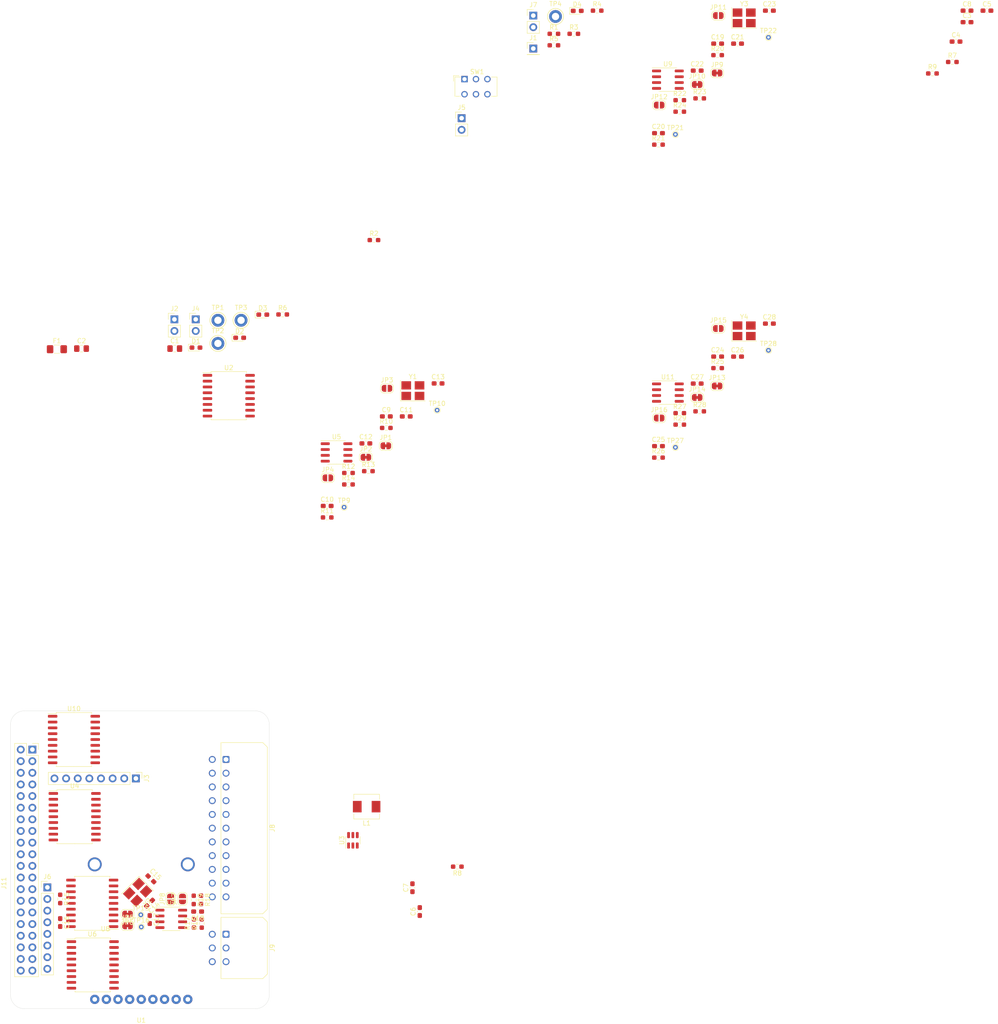
<source format=kicad_pcb>
(kicad_pcb (version 20211014) (generator pcbnew)
  (layers (0 "F.Cu" signal) (31 "B.Cu" signal) (34 "B.Paste" user) (35 "F.Paste" user) (36 "B.SilkS" user "B.Silkscreen") (37 "F.SilkS" user "F.Silkscreen") (38 "B.Mask" user) (39 "F.Mask" user) (44 "Edge.Cuts" user))
  (net 0 "")
  (net 1 "GND")
  (net 2 "+5V")
  (net 3 "Net-(C13-Pad1)")
  (net 4 "Net-(C18-Pad1)")
  (net 5 "/Buck 24 to 5/V_in")
  (net 6 "/Buck 24 to 5/SW")
  (net 7 "/Buck 24 to 5/VBST")
  (net 8 "Net-(C23-Pad1)")
  (net 9 "Net-(D1-Pad1)")
  (net 10 "Net-(D2-Pad1)")
  (net 11 "Net-(D3-Pad1)")
  (net 12 "+3V3")
  (net 13 "Net-(D4-Pad1)")
  (net 14 "Net-(D4-Pad2)")
  (net 15 "/CAN_L_0")
  (net 16 "/CAN_H_0")
  (net 17 "/CAN_L_1")
  (net 18 "+24V")
  (net 19 "/CAN_H_1")
  (net 20 "/CAN_L_2")
  (net 21 "/CAN_H_2")
  (net 22 "/CAN_L_3")
  (net 23 "/CAN_H_3")
  (net 24 "/CAN1/CAN_TX")
  (net 25 "Net-(JP1-Pad2)")
  (net 26 "Net-(JP2-Pad1)")
  (net 27 "/CAN1/CAN_RX")
  (net 28 "Net-(JP3-Pad2)")
  (net 29 "Net-(JP4-Pad2)")
  (net 30 "/CAN2/CAN_TX")
  (net 31 "Net-(JP5-Pad2)")
  (net 32 "Net-(JP6-Pad1)")
  (net 33 "/CAN2/CAN_RX")
  (net 34 "Net-(JP7-Pad2)")
  (net 35 "Net-(JP8-Pad2)")
  (net 36 "/CAN3/CAN_TX")
  (net 37 "Net-(JP9-Pad2)")
  (net 38 "Net-(JP10-Pad1)")
  (net 39 "/CAN3/CAN_RX")
  (net 40 "Net-(JP11-Pad2)")
  (net 41 "Net-(JP12-Pad2)")
  (net 42 "/CAN0/CAN_TX")
  (net 43 "Net-(JP13-Pad2)")
  (net 44 "Net-(JP14-Pad1)")
  (net 45 "/CAN0/CAN_RX")
  (net 46 "Net-(JP15-Pad2)")
  (net 47 "Net-(JP16-Pad2)")
  (net 48 "/CAN_CS_1")
  (net 49 "/CAN_CS_2")
  (net 50 "/CAN_CS_3")
  (net 51 "/CAN_CS_0")
  (net 52 "/Buck 24 to 5/EN")
  (net 53 "/Buck 24 to 5/VFB")
  (net 54 "/CAN_L_1_A")
  (net 55 "/CAN_SCK_01")
  (net 56 "/CAN_MISO_01")
  (net 57 "/CAN_MOSI_01")
  (net 58 "/CAN_SCK_23")
  (net 59 "/CAN_MISO_23")
  (net 60 "/CAN_MOSI_23")
  (net 61 "/CAN_L_1_B")
  (net 62 "/TSAL_G")
  (net 63 "/CAN_H_1_A")
  (net 64 "/CAN_H_1_B")
  (net 65 "/TSAL_R")
  (net 66 "/CAN_INT_1")
  (net 67 "/CAN1/~{RESET}")
  (net 68 "/CAN_INT_2")
  (net 69 "/CAN2/~{RESET}")
  (net 77 "/CAN_INT_3")
  (net 78 "/CAN3/~{RESET}")
  (net 86 "/CAN_INT_0")
  (net 87 "/CAN0/~{RESET}")
  (net 89 "/3.3v_SDA")
  (net 90 "/3.3v_SCL")
  (net 91 "/CAN1_~{CS}")
  (net 100 "+BATT")
  (net 101 "Net-(C9-Pad2)")
  (net 102 "Net-(C10-Pad1)")
  (net 103 "Net-(C14-Pad2)")
  (net 104 "Net-(C15-Pad1)")
  (net 105 "Net-(C19-Pad2)")
  (net 106 "Net-(C20-Pad1)")
  (net 107 "Net-(C24-Pad2)")
  (net 108 "Net-(C25-Pad1)")
  (net 109 "Net-(C28-Pad1)")
  (net 119 "/GPS_RX")
  (net 120 "/GPS_TX")
  (footprint "Resistor_SMD:R_0603_1608Metric_Pad0.98x0.95mm_HandSolder" (layer "F.Cu") (at 183.285 15.475)
    (fp_text reference "R13" (at 0 -1.43) (layer "F.SilkS"))
    (fp_text value "120")
    (pad "1" smd roundrect (at -0.9125 0) (size 0.975 0.95) (layers "F.Cu" "F.Paste" "F.Mask") (net 29 "Net-(JP4-Pad2)"))
    (pad "2" smd roundrect (at 0.9125 0) (size 0.975 0.95) (layers "F.Cu" "F.Paste" "F.Mask") (net 3 "Net-(C13-Pad1)"))
  )
  (footprint "Capacitor_SMD:C_0603_1608Metric_Pad1.08x0.95mm_HandSolder" (layer "F.Cu") (at 259.525 -77.845)
    (fp_text reference "C19" (at 0 -1.43) (layer "F.SilkS"))
    (fp_text value "22pf")
    (pad "1" smd roundrect (at -0.8625 0) (size 1.075 0.95) (layers "F.Cu" "F.Paste" "F.Mask") (net 1 "GND"))
    (pad "2" smd roundrect (at 0.8625 0) (size 1.075 0.95) (layers "F.Cu" "F.Paste" "F.Mask") (net 105 "Net-(C19-Pad2)"))
  )
  (footprint "Capacitor_SMD:C_0603_1608Metric_Pad1.08x0.95mm_HandSolder" (layer "F.Cu") (at 259.525 -9.535)
    (fp_text reference "C24" (at 0 -1.43) (layer "F.SilkS"))
    (fp_text value "22pf")
    (pad "1" smd roundrect (at -0.8625 0) (size 1.075 0.95) (layers "F.Cu" "F.Paste" "F.Mask") (net 1 "GND"))
    (pad "2" smd roundrect (at 0.8625 0) (size 1.075 0.95) (layers "F.Cu" "F.Paste" "F.Mask") (net 107 "Net-(C24-Pad2)"))
  )
  (footprint "Capacitor_SMD:C_0603_1608Metric_Pad1.08x0.95mm_HandSolder" (layer "F.Cu") (at 313.975 -85.045)
    (fp_text reference "C8" (at 0 -1.43) (layer "F.SilkS"))
    (fp_text value "22uF")
    (pad "1" smd roundrect (at -0.8625 0) (size 1.075 0.95) (layers "F.Cu" "F.Paste" "F.Mask") (net 2 "+5V"))
    (pad "2" smd roundrect (at 0.8625 0) (size 1.075 0.95) (layers "F.Cu" "F.Paste" "F.Mask") (net 1 "GND"))
  )
  (footprint "TestPoint:TestPoint_THTPad_D1.0mm_Drill0.5mm" (layer "F.Cu") (at 270.625 -79.215)
    (fp_text reference "TP22" (at 0 -1.448) (layer "F.SilkS"))
    (fp_text value "TestPoint")
    (pad "1" thru_hole circle (at 0 0) (size 1 1) (drill 0.5) (layers *.Cu *.Mask) (net 38 "Net-(JP10-Pad1)"))
  )
  (footprint "Resistor_SMD:R_0603_1608Metric_Pad0.98x0.95mm_HandSolder" (layer "F.Cu") (at 233.225 -85.045)
    (fp_text reference "R4" (at 0 -1.43) (layer "F.SilkS"))
    (fp_text value "10k")
    (pad "1" smd roundrect (at -0.9125 0) (size 0.975 0.95) (layers "F.Cu" "F.Paste" "F.Mask") (net 12 "+3V3"))
    (pad "2" smd roundrect (at 0.9125 0) (size 0.975 0.95) (layers "F.Cu" "F.Paste" "F.Mask") (net 90 "/3.3v_SCL"))
  )
  (footprint "Connector_PinHeader_2.54mm:PinHeader_1x08_P2.54mm_Vertical" (layer "F.Cu") (at 113.2 106.325)
    (fp_text reference "J6" (at 0 -2.33) (layer "F.SilkS"))
    (fp_text value "Conn_01x08")
    (pad "1" thru_hole rect (at 0 0) (size 1.7 1.7) (drill 1) (layers *.Cu *.Mask) (net 1 "GND"))
    (pad "2" thru_hole oval (at 0 2.54) (size 1.7 1.7) (drill 1) (layers *.Cu *.Mask) (net 59 "/CAN_MISO_23"))
    (pad "3" thru_hole oval (at 0 5.08) (size 1.7 1.7) (drill 1) (layers *.Cu *.Mask) (net 60 "/CAN_MOSI_23"))
    (pad "4" thru_hole oval (at 0 7.62) (size 1.7 1.7) (drill 1) (layers *.Cu *.Mask) (net 58 "/CAN_SCK_23"))
    (pad "5" thru_hole oval (at 0 10.16) (size 1.7 1.7) (drill 1) (layers *.Cu *.Mask) (net 68 "/CAN_INT_2"))
    (pad "6" thru_hole oval (at 0 12.7) (size 1.7 1.7) (drill 1) (layers *.Cu *.Mask) (net 49 "/CAN_CS_2"))
    (pad "7" thru_hole oval (at 0 15.24) (size 1.7 1.7) (drill 1) (layers *.Cu *.Mask) (net 77 "/CAN_INT_3"))
    (pad "8" thru_hole oval (at 0 17.78) (size 1.7 1.7) (drill 1) (layers *.Cu *.Mask) (net 50 "/CAN_CS_3"))
  )
  (footprint "Jumper:SolderJumper-2_P1.3mm_Bridged_RoundedPad1.0x1.5mm" (layer "F.Cu") (at 182.735 12.445)
    (fp_text reference "JP2" (at 0 -1.8) (layer "F.SilkS"))
    (fp_text value "Jumper_2_Bridged")
    (fp_poly (pts (xy 0.25 -0.3) (xy -0.25 -0.3) (xy -0.25 0.3) (xy 0.25 0.3)) (layer "F.Cu") (width 0) (fill solid))
    (pad "1" smd custom (at -0.65 0) (size 1 0.5) (layers "F.Cu" "F.Mask") (net 26 "Net-(JP2-Pad1)") (options (clearance outline) (anchor rect)) (primitives (gr_circle (center 0 0.25) (end 0.5 0.25) (width 0) (fill yes)) (gr_circle (center 0 -0.25) (end 0.5 -0.25) (width 0) (fill yes)) (gr_poly (pts (xy 0.5 0.75) (xy 0 0.75) (xy 0 -0.75) (xy 0.5 -0.75)) (width 0) (fill yes))))
    (pad "2" smd custom (at 0.65 0) (size 1 0.5) (layers "F.Cu" "F.Mask") (net 27 "/CAN1/CAN_RX") (options (clearance outline) (anchor rect)) (primitives (gr_circle (center 0 0.25) (end 0.5 0.25) (width 0) (fill yes)) (gr_circle (center 0 -0.25) (end 0.5 -0.25) (width 0) (fill yes)) (gr_poly (pts (xy 0 0.75) (xy -0.5 0.75) (xy -0.5 -0.75) (xy 0 -0.75)) (width 0) (fill yes))))
  )
  (footprint "Capacitor_SMD:C_0603_1608Metric_Pad1.08x0.95mm_HandSolder" (layer "F.Cu") (at 318.325 -85.045)
    (fp_text reference "C5" (at 0 -1.43) (layer "F.SilkS"))
    (fp_text value "100nF")
    (pad "1" smd roundrect (at -0.8625 0) (size 1.075 0.95) (layers "F.Cu" "F.Paste" "F.Mask") (net 5 "/Buck 24 to 5/V_in"))
    (pad "2" smd roundrect (at 0.8625 0) (size 1.075 0.95) (layers "F.Cu" "F.Paste" "F.Mask") (net 1 "GND"))
  )
  (footprint "Package_SO:SOIC-8_3.9x4.9mm_P1.27mm" (layer "F.Cu") (at 176.335 11.385)
    (fp_text reference "U5" (at 0 -3.4) (layer "F.SilkS"))
    (fp_text value "SN65HVD230")
    (pad "1" smd roundrect (at -2.475 -1.905) (size 1.95 0.6) (layers "F.Cu" "F.Paste" "F.Mask") (net 25 "Net-(JP1-Pad2)"))
    (pad "2" smd roundrect (at -2.475 -0.635) (size 1.95 0.6) (layers "F.Cu" "F.Paste" "F.Mask") (net 1 "GND"))
    (pad "3" smd roundrect (at -2.475 0.635) (size 1.95 0.6) (layers "F.Cu" "F.Paste" "F.Mask") (net 12 "+3V3"))
    (pad "4" smd roundrect (at -2.475 1.905) (size 1.95 0.6) (layers "F.Cu" "F.Paste" "F.Mask") (net 26 "Net-(JP2-Pad1)"))
    (pad "5" smd roundrect (at 2.475 1.905) (size 1.95 0.6) (layers "F.Cu" "F.Paste" "F.Mask"))
    (pad "6" smd roundrect (at 2.475 0.635) (size 1.95 0.6) (layers "F.Cu" "F.Paste" "F.Mask") (net 17 "/CAN_L_1"))
    (pad "7" smd roundrect (at 2.475 -0.635) (size 1.95 0.6) (layers "F.Cu" "F.Paste" "F.Mask") (net 19 "/CAN_H_1"))
    (pad "8" smd roundrect (at 2.475 -1.905) (size 1.95 0.6) (layers "F.Cu" "F.Paste" "F.Mask") (net 1 "GND"))
  )
  (footprint "Resistor_SMD:R_0603_1608Metric_Pad0.98x0.95mm_HandSolder" (layer "F.Cu") (at 259.525 -75.335)
    (fp_text reference "R20" (at 0 -1.43) (layer "F.SilkS"))
    (fp_text value "100k")
    (pad "1" smd roundrect (at -0.9125 0) (size 0.975 0.95) (layers "F.Cu" "F.Paste" "F.Mask") (net 12 "+3V3"))
    (pad "2" smd roundrect (at 0.9125 0) (size 0.975 0.95) (layers "F.Cu" "F.Paste" "F.Mask") (net 50 "/CAN_CS_3"))
  )
  (footprint "Jumper:SolderJumper-2_P1.3mm_Bridged_RoundedPad1.0x1.5mm" (layer "F.Cu") (at 259.415 -3.125)
    (fp_text reference "JP13" (at 0 -1.8) (layer "F.SilkS"))
    (fp_text value "Jumper_2_Bridged")
    (fp_poly (pts (xy 0.25 -0.3) (xy -0.25 -0.3) (xy -0.25 0.3) (xy 0.25 0.3)) (layer "F.Cu") (width 0) (fill solid))
    (pad "1" smd custom (at -0.65 0) (size 1 0.5) (layers "F.Cu" "F.Mask") (net 42 "/CAN0/CAN_TX") (options (clearance outline) (anchor rect)) (primitives (gr_circle (center 0 0.25) (end 0.5 0.25) (width 0) (fill yes)) (gr_circle (center 0 -0.25) (end 0.5 -0.25) (width 0) (fill yes)) (gr_poly (pts (xy 0.5 0.75) (xy 0 0.75) (xy 0 -0.75) (xy 0.5 -0.75)) (width 0) (fill yes))))
    (pad "2" smd custom (at 0.65 0) (size 1 0.5) (layers "F.Cu" "F.Mask") (net 43 "Net-(JP13-Pad2)") (options (clearance outline) (anchor rect)) (primitives (gr_circle (center 0 0.25) (end 0.5 0.25) (width 0) (fill yes)) (gr_circle (center 0 -0.25) (end 0.5 -0.25) (width 0) (fill yes)) (gr_poly (pts (xy 0 0.75) (xy -0.5 0.75) (xy -0.5 -0.75) (xy 0 -0.75)) (width 0) (fill yes))))
  )
  (footprint "Capacitor_SMD:C_0603_1608Metric_Pad1.08x0.95mm_HandSolder" (layer "F.Cu") (at 174.285 23.065)
    (fp_text reference "C10" (at 0 -1.43) (layer "F.SilkS"))
    (fp_text value "22pf")
    (pad "1" smd roundrect (at -0.8625 0) (size 1.075 0.95) (layers "F.Cu" "F.Paste" "F.Mask") (net 102 "Net-(C10-Pad1)"))
    (pad "2" smd roundrect (at 0.8625 0) (size 1.075 0.95) (layers "F.Cu" "F.Paste" "F.Mask") (net 1 "GND"))
  )
  (footprint "Resistor_SMD:R_0603_1608Metric_Pad0.98x0.95mm_HandSolder" (layer "F.Cu") (at 255.615 -65.895)
    (fp_text reference "R23" (at 0 -1.43) (layer "F.SilkS"))
    (fp_text value "120")
    (pad "1" smd roundrect (at -0.9125 0) (size 0.975 0.95) (layers "F.Cu" "F.Paste" "F.Mask") (net 41 "Net-(JP12-Pad2)"))
    (pad "2" smd roundrect (at 0.9125 0) (size 0.975 0.95) (layers "F.Cu" "F.Paste" "F.Mask") (net 8 "Net-(C23-Pad1)"))
  )
  (footprint "Resistor_SMD:R_0603_1608Metric_Pad0.98x0.95mm_HandSolder" (layer "F.Cu") (at 187.195 6.035)
    (fp_text reference "R10" (at 0 -1.43) (layer "F.SilkS"))
    (fp_text value "100k")
    (pad "1" smd roundrect (at -0.9125 0) (size 0.975 0.95) (layers "F.Cu" "F.Paste" "F.Mask") (net 12 "+3V3"))
    (pad "2" smd roundrect (at 0.9125 0) (size 0.975 0.95) (layers "F.Cu" "F.Paste" "F.Mask") (net 48 "/CAN_CS_1"))
  )
  (footprint "Crystal:Crystal_SMD_3225-4Pin_3.2x2.5mm_HandSoldering" (layer "F.Cu") (at 265.325 -83.475)
    (fp_text reference "Y3" (at 0 -3.05) (layer "F.SilkS"))
    (fp_text value "16 MHz")
    (pad "1" smd rect (at -1.45 1.15) (size 2.1 1.8) (layers "F.Cu" "F.Paste" "F.Mask") (net 106 "Net-(C20-Pad1)"))
    (pad "2" smd rect (at 1.45 1.15) (size 2.1 1.8) (layers "F.Cu" "F.Paste" "F.Mask") (net 1 "GND"))
    (pad "3" smd rect (at 1.45 -1.15) (size 2.1 1.8) (layers "F.Cu" "F.Paste" "F.Mask") (net 105 "Net-(C19-Pad2)"))
    (pad "4" smd rect (at -1.45 -1.15) (size 2.1 1.8) (layers "F.Cu" "F.Paste" "F.Mask") (net 1 "GND"))
  )
  (footprint "Jumper:SolderJumper-2_P1.3mm_Open_RoundedPad1.0x1.5mm" (layer "F.Cu") (at 246.765 3.875)
    (fp_text reference "JP16" (at 0 -1.8) (layer "F.SilkS"))
    (fp_text value "NO_Jumper")
    (pad "1" smd custom (at -0.65 0) (size 1 0.5) (layers "F.Cu" "F.Mask") (net 15 "/CAN_L_0") (options (clearance outline) (anchor rect)) (primitives (gr_circle (center 0 0.25) (end 0.5 0.25) (width 0) (fill yes)) (gr_circle (center 0 -0.25) (end 0.5 -0.25) (width 0) (fill yes)) (gr_poly (pts (xy 0.5 0.75) (xy 0 0.75) (xy 0 -0.75) (xy 0.5 -0.75)) (width 0) (fill yes))))
    (pad "2" smd custom (at 0.65 0) (size 1 0.5) (layers "F.Cu" "F.Mask") (net 47 "Net-(JP16-Pad2)") (options (clearance outline) (anchor rect)) (primitives (gr_circle (center 0 0.25) (end 0.5 0.25) (width 0) (fill yes)) (gr_circle (center 0 -0.25) (end 0.5 -0.25) (width 0) (fill yes)) (gr_poly (pts (xy 0 0.75) (xy -0.5 0.75) (xy -0.5 -0.75) (xy 0 -0.75)) (width 0) (fill yes))))
  )
  (footprint "Capacitor_SMD:C_0603_1608Metric_Pad1.08x0.95mm_HandSolder" (layer "F.Cu") (at 246.615 -58.305)
    (fp_text reference "C20" (at 0 -1.43) (layer "F.SilkS"))
    (fp_text value "22pf")
    (pad "1" smd roundrect (at -0.8625 0) (size 1.075 0.95) (layers "F.Cu" "F.Paste" "F.Mask") (net 106 "Net-(C20-Pad1)"))
    (pad "2" smd roundrect (at 0.8625 0) (size 1.075 0.95) (layers "F.Cu" "F.Paste" "F.Mask") (net 1 "GND"))
  )
  (footprint "Jumper:SolderJumper-2_P1.3mm_Bridged_RoundedPad1.0x1.5mm" (layer "F.Cu") (at 255.065 -0.615)
    (fp_text reference "JP14" (at 0 -1.8) (layer "F.SilkS"))
    (fp_text value "Jumper_2_Bridged")
    (fp_poly (pts (xy 0.25 -0.3) (xy -0.25 -0.3) (xy -0.25 0.3) (xy 0.25 0.3)) (layer "F.Cu") (width 0) (fill solid))
    (pad "1" smd custom (at -0.65 0) (size 1 0.5) (layers "F.Cu" "F.Mask") (net 44 "Net-(JP14-Pad1)") (options (clearance outline) (anchor rect)) (primitives (gr_circle (center 0 0.25) (end 0.5 0.25) (width 0) (fill yes)) (gr_circle (center 0 -0.25) (end 0.5 -0.25) (width 0) (fill yes)) (gr_poly (pts (xy 0.5 0.75) (xy 0 0.75) (xy 0 -0.75) (xy 0.5 -0.75)) (width 0) (fill yes))))
    (pad "2" smd custom (at 0.65 0) (size 1 0.5) (layers "F.Cu" "F.Mask") (net 45 "/CAN0/CAN_RX") (options (clearance outline) (anchor rect)) (primitives (gr_circle (center 0 0.25) (end 0.5 0.25) (width 0) (fill yes)) (gr_circle (center 0 -0.25) (end 0.5 -0.25) (width 0) (fill yes)) (gr_poly (pts (xy 0 0.75) (xy -0.5 0.75) (xy -0.5 -0.75) (xy 0 -0.75)) (width 0) (fill yes))))
  )
  (footprint "TestPoint:TestPoint_Keystone_5005-5009_Compact" (layer "F.Cu") (at 150.435 -17.465)
    (fp_text reference "TP1" (at 0 -2.75) (layer "F.SilkS"))
    (fp_text value "TestPoint")
    (pad "1" thru_hole circle (at 0 0) (size 2.8 2.8) (drill 1.6) (layers *.Cu *.Mask) (net 1 "GND"))
  )
  (footprint "TestPoint:TestPoint_Keystone_5005-5009_Compact" (layer "F.Cu") (at 150.435 -12.415)
    (fp_text reference "TP2" (at 0 -2.75) (layer "F.SilkS"))
    (fp_text value "TestPoint")
    (pad "1" thru_hole circle (at 0 0) (size 2.8 2.8) (drill 1.6) (layers *.Cu *.Mask) (net 18 "+24V"))
  )
  (footprint "Capacitor_SMD:C_0603_1608Metric_Pad1.08x0.95mm_HandSolder" (layer "F.Cu") (at 313.975 -82.535)
    (fp_text reference "C3" (at 0 -1.43) (layer "F.SilkS"))
    (fp_text value "10uF")
    (pad "1" smd roundrect (at -0.8625 0) (size 1.075 0.95) (layers "F.Cu" "F.Paste" "F.Mask") (net 5 "/Buck 24 to 5/V_in"))
    (pad "2" smd roundrect (at 0.8625 0) (size 1.075 0.95) (layers "F.Cu" "F.Paste" "F.Mask") (net 1 "GND"))
  )
  (footprint "Package_SO:SOIC-18W_7.5x11.6mm_P1.27mm" (layer "F.Cu") (at 123 109.8125 180)
    (fp_text reference "U6" (at 0 -6.72) (layer "F.SilkS"))
    (fp_text value "MCP2515-xSO")
    (pad "1" smd roundrect (at -4.65 -5.08 180) (size 2.05 0.6) (layers "F.Cu" "F.Paste" "F.Mask") (net 30 "/CAN2/CAN_TX"))
    (pad "2" smd roundrect (at -4.65 -3.81 180) (size 2.05 0.6) (layers "F.Cu" "F.Paste" "F.Mask") (net 33 "/CAN2/CAN_RX"))
    (pad "3" smd roundrect (at -4.65 -2.54 180) (size 2.05 0.6) (layers "F.Cu" "F.Paste" "F.Mask"))
    (pad "4" smd roundrect (at -4.65 -1.27 180) (size 2.05 0.6) (layers "F.Cu" "F.Paste" "F.Mask"))
    (pad "5" smd roundrect (at -4.65 0 180) (size 2.05 0.6) (layers "F.Cu" "F.Paste" "F.Mask"))
    (pad "6" smd roundrect (at -4.65 1.27 180) (size 2.05 0.6) (layers "F.Cu" "F.Paste" "F.Mask"))
    (pad "7" smd roundrect (at -4.65 2.54 180) (size 2.05 0.6) (layers "F.Cu" "F.Paste" "F.Mask") (net 103 "Net-(C14-Pad2)"))
    (pad "8" smd roundrect (at -4.65 3.81 180) (size 2.05 0.6) (layers "F.Cu" "F.Paste" "F.Mask") (net 104 "Net-(C15-Pad1)"))
    (pad "9" smd roundrect (at -4.65 5.08 180) (size 2.05 0.6) (layers "F.Cu" "F.Paste" "F.Mask") (net 1 "GND"))
    (pad "10" smd roundrect (at 4.65 5.08 180) (size 2.05 0.6) (layers "F.Cu" "F.Paste" "F.Mask"))
    (pad "11" smd roundrect (at 4.65 3.81 180) (size 2.05 0.6) (layers "F.Cu" "F.Paste" "F.Mask"))
    (pad "12" smd roundrect (at 4.65 2.54 180) (size 2.05 0.6) (layers "F.Cu" "F.Paste" "F.Mask") (net 68 "/CAN_INT_2"))
    (pad "13" smd roundrect (at 4.65 1.27 180) (size 2.05 0.6) (layers "F.Cu" "F.Paste" "F.Mask") (net 58 "/CAN_SCK_23"))
    (pad "14" smd roundrect (at 4.65 0 180) (size 2.05 0.6) (layers "F.Cu" "F.Paste" "F.Mask") (net 60 "/CAN_MOSI_23"))
    (pad "15" smd roundrect (at 4.65 -1.27 180) (size 2.05 0.6) (layers "F.Cu" "F.Paste" "F.Mask") (net 59 "/CAN_MISO_23"))
    (pad "16" smd roundrect (at 4.65 -2.54 180) (size 2.05 0.6) (layers "F.Cu" "F.Paste" "F.Mask") (net 49 "/CAN_CS_2"))
    (pad "17" smd roundrect (at 4.65 -3.81 180) (size 2.05 0.6) (layers "F.Cu" "F.Paste" "F.Mask") (net 69 "/CAN2/~{RESET}"))
    (pad "18" smd roundrect (at 4.65 -5.08 180) (size 2.05 0.6) (layers "F.Cu" "F.Paste" "F.Mask") (net 12 "+3V3"))
  )
  (footprint "Jumper:SolderJumper-2_P1.3mm_Open_RoundedPad1.0x1.5mm" (layer "F.Cu") (at 187.345 -2.605)
    (fp_text reference "JP3" (at 0 -1.8) (layer "F.SilkS"))
    (fp_text value "NO_Jumper")
    (pad "1" smd custom (at -0.65 0) (size 1 0.5) (layers "F.Cu" "F.Mask") (net 19 "/CAN_H_1") (options (clearance outline) (anchor rect)) (primitives (gr_circle (center 0 0.25) (end 0.5 0.25) (width 0) (fill yes)) (gr_circle (center 0 -0.25) (end 0.5 -0.25) (width 0) (fill yes)) (gr_poly (pts (xy 0.5 0.75) (xy 0 0.75) (xy 0 -0.75) (xy 0.5 -0.75)) (width 0) (fill yes))))
    (pad "2" smd custom (at 0.65 0) (size 1 0.5) (layers "F.Cu" "F.Mask") (net 28 "Net-(JP3-Pad2)") (options (clearance outline) (anchor rect)) (primitives (gr_circle (center 0 0.25) (end 0.5 0.25) (width 0) (fill yes)) (gr_circle (center 0 -0.25) (end 0.5 -0.25) (width 0) (fill yes)) (gr_poly (pts (xy 0 0.75) (xy -0.5 0.75) (xy -0.5 -0.75) (xy 0 -0.75)) (width 0) (fill yes))))
  )
  (footprint "Capacitor_SMD:C_0603_1608Metric_Pad1.08x0.95mm_HandSolder" (layer "F.Cu") (at 263.875 -77.845)
    (fp_text reference "C21" (at 0 -1.43) (layer "F.SilkS"))
    (fp_text value "0.1uf")
    (pad "1" smd roundrect (at -0.8625 0) (size 1.075 0.95) (layers "F.Cu" "F.Paste" "F.Mask") (net 1 "GND"))
    (pad "2" smd roundrect (at 0.8625 0) (size 1.075 0.95) (layers "F.Cu" "F.Paste" "F.Mask") (net 12 "+3V3"))
  )
  (footprint "LED_SMD:LED_0603_1608Metric_Pad1.05x0.95mm_HandSolder" (layer "F.Cu") (at 145.64 -11.495)
    (fp_text reference "D1" (at 0 -1.43) (layer "F.SilkS"))
    (fp_text value "LED")
    (pad "1" smd roundrect (at -0.875 0) (size 1.05 0.95) (layers "F.Cu" "F.Paste" "F.Mask") (net 9 "Net-(D1-Pad1)"))
    (pad "2" smd roundrect (at 0.875 0) (size 1.05 0.95) (layers "F.Cu" "F.Paste" "F.Mask") (net 5 "/Buck 24 to 5/V_in"))
  )
  (footprint "Jumper:SolderJumper-2_P1.3mm_Bridged_RoundedPad1.0x1.5mm" (layer "F.Cu") (at 130.7 112.1625 180)
    (fp_text reference "JP6" (at 0 -1.8) (layer "F.SilkS"))
    (fp_text value "Jumper_2_Bridged")
    (fp_poly (pts (xy 0.25 -0.3) (xy -0.25 -0.3) (xy -0.25 0.3) (xy 0.25 0.3)) (layer "F.Cu") (width 0) (fill solid))
    (pad "1" smd custom (at -0.65 0 180) (size 1 0.5) (layers "F.Cu" "F.Mask") (net 32 "Net-(JP6-Pad1)") (options (clearance outline) (anchor rect)) (primitives (gr_circle (center 0 0.25) (end 0.5 0.25) (width 0) (fill yes)) (gr_circle (center 0 -0.25) (end 0.5 -0.25) (width 0) (fill yes)) (gr_poly (pts (xy 0.5 0.75) (xy 0 0.75) (xy 0 -0.75) (xy 0.5 -0.75)) (width 0) (fill yes))))
    (pad "2" smd custom (at 0.65 0 180) (size 1 0.5) (layers "F.Cu" "F.Mask") (net 33 "/CAN2/CAN_RX") (options (clearance outline) (anchor rect)) (primitives (gr_circle (center 0 0.25) (end 0.5 0.25) (width 0) (fill yes)) (gr_circle (center 0 -0.25) (end 0.5 -0.25) (width 0) (fill yes)) (gr_poly (pts (xy 0 0.75) (xy -0.5 0.75) (xy -0.5 -0.75) (xy 0 -0.75)) (width 0) (fill yes))))
  )
  (footprint "Resistor_SMD:R_0603_1608Metric_Pad0.98x0.95mm_HandSolder" (layer "F.Cu") (at 255.615 2.415)
    (fp_text reference "R28" (at 0 -1.43) (layer "F.SilkS"))
    (fp_text value "120")
    (pad "1" smd roundrect (at -0.9125 0) (size 0.975 0.95) (layers "F.Cu" "F.Paste" "F.Mask") (net 47 "Net-(JP16-Pad2)"))
    (pad "2" smd roundrect (at 0.9125 0) (size 0.975 0.95) (layers "F.Cu" "F.Paste" "F.Mask") (net 109 "Net-(C28-Pad1)"))
  )
  (footprint "Capacitor_SMD:C_0603_1608Metric_Pad1.08x0.95mm_HandSolder" (layer "F.Cu") (at 270.825 -16.735)
    (fp_text reference "C28" (at 0 -1.43) (layer "F.SilkS"))
    (fp_text value "4.7nF")
    (pad "1" smd roundrect (at -0.8625 0) (size 1.075 0.95) (layers "F.Cu" "F.Paste" "F.Mask") (net 109 "Net-(C28-Pad1)"))
    (pad "2" smd roundrect (at 0.8625 0) (size 1.075 0.95) (layers "F.Cu" "F.Paste" "F.Mask") (net 1 "GND"))
  )
  (footprint "LED_SMD:LED_0603_1608Metric_Pad1.05x0.95mm_HandSolder" (layer "F.Cu") (at 155.18 -13.645)
    (fp_text reference "D2" (at 0 -1.43) (layer "F.SilkS"))
    (fp_text value "LED")
    (pad "1" smd roundrect (at -0.875 0) (size 1.05 0.95) (layers "F.Cu" "F.Paste" "F.Mask") (net 10 "Net-(D2-Pad1)"))
    (pad "2" smd roundrect (at 0.875 0) (size 1.05 0.95) (layers "F.Cu" "F.Paste" "F.Mask") (net 2 "+5V"))
  )
  (footprint "Fuse:Fuse_1206_3216Metric_Pad1.42x1.75mm_HandSolder" (layer "F.Cu") (at 115.275 -11.145)
    (fp_text reference "F1" (at 0 -1.82) (layer "F.SilkS"))
    (fp_text value "1A")
    (pad "1" smd roundrect (at -1.4875 0) (size 1.425 1.75) (layers "F.Cu" "F.Paste" "F.Mask") (roundrect_rratio 0.175439) (net 5 "/Buck 24 to 5/V_in"))
    (pad "2" smd roundrect (at 1.4875 0) (size 1.425 1.75) (layers "F.Cu" "F.Paste" "F.Mask") (roundrect_rratio 0.175439) (net 18 "+24V"))
  )
  (footprint "Jumper:SolderJumper-2_P1.3mm_Open_RoundedPad1.0x1.5mm" (layer "F.Cu") (at 142.7 108.85 90)
    (fp_text reference "JP7" (at 0 -1.8 90) (layer "F.SilkS"))
    (fp_text value "NO_Jumper")
    (pad "1" smd custom (at -0.65 0 90) (size 1 0.5) (layers "F.Cu" "F.Mask") (net 21 "/CAN_H_2") (options (clearance outline) (anchor rect)) (primitives (gr_circle (center 0 0.25) (end 0.5 0.25) (width 0) (fill yes)) (gr_circle (center 0 -0.25) (end 0.5 -0.25) (width 0) (fill yes)) (gr_poly (pts (xy 0.5 0.75) (xy 0 0.75) (xy 0 -0.75) (xy 0.5 -0.75)) (width 0) (fill yes))))
    (pad "2" smd custom (at 0.65 0 90) (size 1 0.5) (layers "F.Cu" "F.Mask") (net 34 "Net-(JP7-Pad2)") (options (clearance outline) (anchor rect)) (primitives (gr_circle (center 0 0.25) (end 0.5 0.25) (width 0) (fill yes)) (gr_circle (center 0 -0.25) (end 0.5 -0.25) (width 0) (fill yes)) (gr_poly (pts (xy 0 0.75) (xy -0.5 0.75) (xy -0.5 -0.75) (xy 0 -0.75)) (width 0) (fill yes))))
  )
  (footprint "Package_SO:SOIC-8_3.9x4.9mm_P1.27mm" (layer "F.Cu") (at 140.25 113.2)
    (fp_text reference "U7" (at 0 -3.4) (layer "F.SilkS"))
    (fp_text value "SN65HVD230")
    (pad "1" smd roundrect (at -2.475 -1.905) (size 1.95 0.6) (layers "F.Cu" "F.Paste" "F.Mask") (net 31 "Net-(JP5-Pad2)"))
    (pad "2" smd roundrect (at -2.475 -0.635) (size 1.95 0.6) (layers "F.Cu" "F.Paste" "F.Mask") (net 1 "GND"))
    (pad "3" smd roundrect (at -2.475 0.635) (size 1.95 0.6) (layers "F.Cu" "F.Paste" "F.Mask") (net 12 "+3V3"))
    (pad "4" smd roundrect (at -2.475 1.905) (size 1.95 0.6) (layers "F.Cu" "F.Paste" "F.Mask") (net 32 "Net-(JP6-Pad1)"))
    (pad "5" smd roundrect (at 2.475 1.905) (size 1.95 0.6) (layers "F.Cu" "F.Paste" "F.Mask"))
    (pad "6" smd roundrect (at 2.475 0.635) (size 1.95 0.6) (layers "F.Cu" "F.Paste" "F.Mask") (net 20 "/CAN_L_2"))
    (pad "7" smd roundrect (at 2.475 -0.635) (size 1.95 0.6) (layers "F.Cu" "F.Paste" "F.Mask") (net 21 "/CAN_H_2"))
    (pad "8" smd roundrect (at 2.475 -1.905) (size 1.95 0.6) (layers "F.Cu" "F.Paste" "F.Mask") (net 1 "GND"))
  )
  (footprint "Connector_PinHeader_2.54mm:PinHeader_1x02_P2.54mm_Vertical" (layer "F.Cu") (at 219.285 -83.975)
    (fp_text reference "J7" (at 0 -2.33) (layer "F.SilkS"))
    (fp_text value "Conn_01x02")
    (pad "1" thru_hole rect (at 0 0) (size 1.7 1.7) (drill 1) (layers *.Cu *.Mask) (net 22 "/CAN_L_3"))
    (pad "2" thru_hole oval (at 0 2.54) (size 1.7 1.7) (drill 1) (layers *.Cu *.Mask) (net 23 "/CAN_H_3"))
  )
  (footprint "Connector_Molex:Molex_Micro-Fit_3.0_43045-0600_2x03_P3.00mm_Horizontal" (layer "F.Cu") (at 152.2 116.55 -90)
    (fp_text reference "J9" (at 3 -10.12 90) (layer "F.SilkS"))
    (fp_text value "Conn_01x06")
    (pad "" np_thru_hole circle (at 3 -4.32 270) (size 3 3) (drill 3) (layers *.Cu *.Mask))
    (pad "1" thru_hole roundrect (at 0 0 270) (size 1.5 1.5) (drill 1.02) (layers *.Cu *.Mask) (roundrect_rratio 0.166667) (net 2 "+5V"))
    (pad "2" thru_hole circle (at 3 0 270) (size 1.5 1.5) (drill 1.02) (layers *.Cu *.Mask) (net 1 "GND"))
    (pad "3" thru_hole circle (at 6 0 270) (size 1.5 1.5) (drill 1.02) (layers *.Cu *.Mask) (net 1 "GND"))
    (pad "4" thru_hole circle (at 0 3 270) (size 1.5 1.5) (drill 1.02) (layers *.Cu *.Mask) (net 62 "/TSAL_G"))
    (pad "5" thru_hole circle (at 3 3 270) (size 1.5 1.5) (drill 1.02) (layers *.Cu *.Mask) (net 65 "/TSAL_R"))
    (pad "6" thru_hole circle (at 6 3 270) (size 1.5 1.5) (drill 1.02) (layers *.Cu *.Mask))
  )
  (footprint "Capacitor_SMD:C_0603_1608Metric_Pad1.08x0.95mm_HandSolder" (layer "F.Cu") (at 255.065 -71.955)
    (fp_text reference "C22" (at 0 -1.43) (layer "F.SilkS"))
    (fp_text value "0.1uf")
    (pad "1" smd roundrect (at -0.8625 0) (size 1.075 0.95) (layers "F.Cu" "F.Paste" "F.Mask") (net 1 "GND"))
    (pad "2" smd roundrect (at 0.8625 0) (size 1.075 0.95) (layers "F.Cu" "F.Paste" "F.Mask") (net 12 "+3V3"))
  )
  (footprint "Jumper:SolderJumper-2_P1.3mm_Bridged_RoundedPad1.0x1.5mm" (layer "F.Cu") (at 187.085 9.935)
    (fp_text reference "JP1" (at 0 -1.8) (layer "F.SilkS"))
    (fp_text value "Jumper_2_Bridged")
    (fp_poly (pts (xy 0.25 -0.3) (xy -0.25 -0.3) (xy -0.25 0.3) (xy 0.25 0.3)) (layer "F.Cu") (width 0) (fill solid))
    (pad "1" smd custom (at -0.65 0) (size 1 0.5) (layers "F.Cu" "F.Mask") (net 24 "/CAN1/CAN_TX") (options (clearance outline) (anchor rect)) (primitives (gr_circle (center 0 0.25) (end 0.5 0.25) (width 0) (fill yes)) (gr_circle (center 0 -0.25) (end 0.5 -0.25) (width 0) (fill yes)) (gr_poly (pts (xy 0.5 0.75) (xy 0 0.75) (xy 0 -0.75) (xy 0.5 -0.75)) (width 0) (fill yes))))
    (pad "2" smd custom (at 0.65 0) (size 1 0.5) (layers "F.Cu" "F.Mask") (net 25 "Net-(JP1-Pad2)") (options (clearance outline) (anchor rect)) (primitives (gr_circle (center 0 0.25) (end 0.5 0.25) (width 0) (fill yes)) (gr_circle (center 0 -0.25) (end 0.5 -0.25) (width 0) (fill yes)) (gr_poly (pts (xy 0 0.75) (xy -0.5 0.75) (xy -0.5 -0.75) (xy 0 -0.75)) (width 0) (fill yes))))
  )
  (footprint "Package_SO:SOIC-18W_7.5x11.6mm_P1.27mm" (layer "F.Cu") (at 119.15 90.9)
    (fp_text reference "U4" (at 0 -6.72) (layer "F.SilkS"))
    (fp_text value "MCP2515-xSO")
    (pad "1" smd roundrect (at -4.65 -5.08) (size 2.05 0.6) (layers "F.Cu" "F.Paste" "F.Mask") (net 24 "/CAN1/CAN_TX"))
    (pad "2" smd roundrect (at -4.65 -3.81) (size 2.05 0.6) (layers "F.Cu" "F.Paste" "F.Mask") (net 27 "/CAN1/CAN_RX"))
    (pad "3" smd roundrect (at -4.65 -2.54) (size 2.05 0.6) (layers "F.Cu" "F.Paste" "F.Mask"))
    (pad "4" smd roundrect (at -4.65 -1.27) (size 2.05 0.6) (layers "F.Cu" "F.Paste" "F.Mask"))
    (pad "5" smd roundrect (at -4.65 0) (size 2.05 0.6) (layers "F.Cu" "F.Paste" "F.Mask"))
    (pad "6" smd roundrect (at -4.65 1.27) (size 2.05 0.6) (layers "F.Cu" "F.Paste" "F.Mask"))
    (pad "7" smd roundrect (at -4.65 2.54) (size 2.05 0.6) (layers "F.Cu" "F.Paste" "F.Mask") (net 101 "Net-(C9-Pad2)"))
    (pad "8" smd roundrect (at -4.65 3.81) (size 2.05 0.6) (layers "F.Cu" "F.Paste" "F.Mask") (net 102 "Net-(C10-Pad1)"))
    (pad "9" smd roundrect (at -4.65 5.08) (size 2.05 0.6) (layers "F.Cu" "F.Paste" "F.Mask") (net 1 "GND"))
    (pad "10" smd roundrect (at 4.65 5.08) (size 2.05 0.6) (layers "F.Cu" "F.Paste" "F.Mask"))
    (pad "11" smd roundrect (at 4.65 3.81) (size 2.05 0.6) (layers "F.Cu" "F.Paste" "F.Mask"))
    (pad "12" smd roundrect (at 4.65 2.54) (size 2.05 0.6) (layers "F.Cu" "F.Paste" "F.Mask") (net 66 "/CAN_INT_1"))
    (pad "13" smd roundrect (at 4.65 1.27) (size 2.05 0.6) (layers "F.Cu" "F.Paste" "F.Mask") (net 55 "/CAN_SCK_01"))
    (pad "14" smd roundrect (at 4.65 0) (size 2.05 0.6) (layers "F.Cu" "F.Paste" "F.Mask") (net 57 "/CAN_MOSI_01"))
    (pad "15" smd roundrect (at 4.65 -1.27) (size 2.05 0.6) (layers "F.Cu" "F.Paste" "F.Mask") (net 56 "/CAN_MISO_01"))
    (pad "16" smd roundrect (at 4.65 -2.54) (size 2.05 0.6) (layers "F.Cu" "F.Paste" "F.Mask") (net 48 "/CAN_CS_1"))
    (pad "17" smd roundrect (at 4.65 -3.81) (size 2.05 0.6) (layers "F.Cu" "F.Paste" "F.Mask") (net 67 "/CAN1/~{RESET}"))
    (pad "18" smd roundrect (at 4.65 -5.08) (size 2.05 0.6) (layers "F.Cu" "F.Paste" "F.Mask") (net 12 "+3V3"))
  )
  (footprint "Resistor_SMD:R_0603_1608Metric_Pad0.98x0.95mm_HandSolder" (layer "F.Cu") (at 228.135 -79.995)
    (fp_text reference "R3" (at 0 -1.43) (layer "F.SilkS"))
    (fp_text value "470")
    (pad "1" smd roundrect (at -0.9125 0) (size 0.975 0.95) (layers "F.Cu" "F.Paste" "F.Mask") (net 11 "Net-(D3-Pad1)"))
    (pad "2" smd roundrect (at 0.9125 0) (size 0.975 0.95) (layers "F.Cu" "F.Paste" "F.Mask") (net 1 "GND"))
  )
  (footprint "LED_SMD:LED_0603_1608Metric_Pad1.05x0.95mm_HandSolder" (layer "F.Cu") (at 228.88 -85.005)
    (fp_text reference "D4" (at 0 -1.43) (layer "F.SilkS"))
    (fp_text value "LED")
    (pad "1" smd roundrect (at -0.875 0) (size 1.05 0.95) (layers "F.Cu" "F.Paste" "F.Mask") (net 13 "Net-(D4-Pad1)"))
    (pad "2" smd roundrect (at 0.875 0) (size 1.05 0.95) (layers "F.Cu" "F.Paste" "F.Mask") (net 14 "Net-(D4-Pad2)"))
  )
  (footprint "Resistor_SMD:R_0603_1608Metric_Pad0.98x0.95mm_HandSolder" (layer "F.Cu") (at 202.7 101.8 180)
    (fp_text reference "R8" (at 0 -1.43) (layer "F.SilkS"))
    (fp_text value "10K")
    (pad "1" smd roundrect (at -0.9125 0 180) (size 0.975 0.95) (layers "F.Cu" "F.Paste" "F.Mask") (net 53 "/Buck 24 to 5/VFB"))
    (pad "2" smd roundrect (at 0.9125 0 180) (size 0.975 0.95) (layers "F.Cu" "F.Paste" "F.Mask") (net 1 "GND"))
  )
  (footprint "Resistor_SMD:R_0603_1608Metric_Pad0.98x0.95mm_HandSolder" (layer "F.Cu") (at 145.2 114.2 90)
    (fp_text reference "R17" (at 0 -1.43 90) (layer "F.SilkS"))
    (fp_text value "120")
    (pad "1" smd roundrect (at -0.9125 0 90) (size 0.975 0.95) (layers "F.Cu" "F.Paste" "F.Mask") (net 34 "Net-(JP7-Pad2)"))
    (pad "2" smd roundrect (at 0.9125 0 90) (size 0.975 0.95) (layers "F.Cu" "F.Paste" "F.Mask") (net 4 "Net-(C18-Pad1)"))
  )
  (footprint "Resistor_SMD:R_0603_1608Metric_Pad0.98x0.95mm_HandSolder" (layer "F.Cu") (at 259.525 -7.025)
    (fp_text reference "R25" (at 0 -1.43) (layer "F.SilkS"))
    (fp_text value "100k")
    (pad "1" smd roundrect (at -0.9125 0) (size 0.975 0.95) (layers "F.Cu" "F.Paste" "F.Mask") (net 12 "+3V3"))
    (pad "2" smd roundrect (at 0.9125 0) (size 0.975 0.95) (layers "F.Cu" "F.Paste" "F.Mask") (net 51 "/CAN_CS_0"))
  )
  (footprint "Capacitor_SMD:C_0603_1608Metric_Pad1.08x0.95mm_HandSolder" (layer "F.Cu") (at 116 114 -90)
    (fp_text reference "C16" (at 0 -1.43 90) (layer "F.SilkS"))
    (fp_text value "0.1uf")
    (pad "1" smd roundrect (at -0.8625 0 270) (size 1.075 0.95) (layers "F.Cu" "F.Paste" "F.Mask") (net 1 "GND"))
    (pad "2" smd roundrect (at 0.8625 0 270) (size 1.075 0.95) (layers "F.Cu" "F.Paste" "F.Mask") (net 12 "+3V3"))
  )
  (footprint "Global Libraries:Raspberry_Pi_4B_Socketed_THT_FaceDown_MountingHoles" (layer "F.Cu") (at 161.655 132.805 180)
    (fp_text reference "J11" (at 57.95 27.39 90) (layer "F.SilkS"))
    (fp_text value "LHRE_Component_Library_Raspberry_Pi_4b")
    (pad "" np_thru_hole circle locked (at 53 3.44 90) (size 2.75 2.75) (drill 2.75) (layers *.Cu *.Mask))
    (pad "" np_thru_hole circle locked (at 4 3.44 90) (size 2.75 2.75) (drill 2.75) (layers *.Cu *.Mask))
    (pad "" np_thru_hole circle locked (at 53 61.44 90) (size 2.75 2.75) (drill 2.75) (layers *.Cu *.Mask))
    (pad "" np_thru_hole circle locked (at 4 61.44 90) (size 2.75 2.75) (drill 2.75) (layers *.Cu *.Mask))
    (pad "1" thru_hole rect locked (at 51.73 56.57) (size 1.7 1.7) (drill 1) (layers *.Cu *.Mask) (net 12 "+3V3"))
    (pad "2" thru_hole oval locked (at 54.27 56.57) (size 1.7 1.7) (drill 1) (layers *.Cu *.Mask) (net 2 "+5V"))
    (pad "3" thru_hole oval locked (at 51.73 54.03) (size 1.7 1.7) (drill 1) (layers *.Cu *.Mask) (net 89 "/3.3v_SDA"))
    (pad "4" thru_hole oval locked (at 54.27 54.03) (size 1.7 1.7) (drill 1) (layers *.Cu *.Mask) (net 2 "+5V"))
    (pad "5" thru_hole oval locked (at 51.73 51.49) (size 1.7 1.7) (drill 1) (layers *.Cu *.Mask) (net 90 "/3.3v_SCL"))
    (pad "6" thru_hole oval locked (at 54.27 51.49) (size 1.7 1.7) (drill 1) (layers *.Cu *.Mask) (net 1 "GND"))
    (pad "7" thru_hole oval locked (at 51.73 48.95) (size 1.7 1.7) (drill 1) (layers *.Cu *.Mask))
    (pad "8" thru_hole oval locked (at 54.27 48.95) (size 1.7 1.7) (drill 1) (layers *.Cu *.Mask) (net 119 "/GPS_RX"))
    (pad "9" thru_hole oval locked (at 51.73 46.41) (size 1.7 1.7) (drill 1) (layers *.Cu *.Mask) (net 1 "GND"))
    (pad "10" thru_hole oval locked (at 54.27 46.41) (size 1.7 1.7) (drill 1) (layers *.Cu *.Mask) (net 120 "/GPS_TX"))
    (pad "11" thru_hole oval locked (at 51.73 43.87) (size 1.7 1.7) (drill 1) (layers *.Cu *.Mask) (net 50 "/CAN_CS_3"))
    (pad "12" thru_hole oval locked (at 54.27 43.87) (size 1.7 1.7) (drill 1) (layers *.Cu *.Mask) (net 49 "/CAN_CS_2"))
    (pad "13" thru_hole oval locked (at 51.73 41.33) (size 1.7 1.7) (drill 1) (layers *.Cu *.Mask) (net 14 "Net-(D4-Pad2)"))
    (pad "14" thru_hole oval locked (at 54.27 41.33) (size 1.7 1.7) (drill 1) (layers *.Cu *.Mask) (net 1 "GND"))
    (pad "15" thru_hole oval locked (at 51.73 38.79) (size 1.7 1.7) (drill 1) (layers *.Cu *.Mask) (net 86 "/CAN_INT_0"))
    (pad "16" thru_hole oval locked (at 54.27 38.79) (size 1.7 1.7) (drill 1) (layers *.Cu *.Mask) (net 66 "/CAN_INT_1"))
    (pad "17" thru_hole oval locked (at 51.73 36.25) (size 1.7 1.7) (drill 1) (layers *.Cu *.Mask) (net 12 "+3V3"))
    (pad "18" thru_hole oval locked (at 54.27 36.25) (size 1.7 1.7) (drill 1) (layers *.Cu *.Mask) (net 68 "/CAN_INT_2"))
    (pad "19" thru_hole oval locked (at 51.73 33.71) (size 1.7 1.7) (drill 1) (layers *.Cu *.Mask) (net 57 "/CAN_MOSI_01"))
    (pad "20" thru_hole oval locked (at 54.27 33.71) (size 1.7 1.7) (drill 1) (layers *.Cu *.Mask) (net 1 "GND"))
    (pad "21" thru_hole oval locked (at 51.73 31.17) (size 1.7 1.7) (drill 1) (layers *.Cu *.Mask) (net 56 "/CAN_MISO_01"))
    (pad "22" thru_hole oval locked (at 54.27 31.17) (size 1.7 1.7) (drill 1) (layers *.Cu *.Mask) (net 77 "/CAN_INT_3"))
    (pad "23" thru_hole oval locked (at 51.73 28.63) (size 1.7 1.7) (drill 1) (layers *.Cu *.Mask) (net 55 "/CAN_SCK_01"))
    (pad "24" thru_hole oval locked (at 54.27 28.63) (size 1.7 1.7) (drill 1) (layers *.Cu *.Mask) (net 51 "/CAN_CS_0"))
    (pad "25" thru_hole oval locked (at 51.73 26.09) (size 1.7 1.7) (drill 1) (layers *.Cu *.Mask) (net 1 "GND"))
    (pad "26" thru_hole oval locked (at 54.27 26.09) (size 1.7 1.7) (drill 1) (layers *.Cu *.Mask) (net 48 "/CAN_CS_1"))
    (pad "27" thru_hole oval locked (at 51.73 23.55) (size 1.7 1.7) (drill 1) (layers *.Cu *.Mask))
    (pad "28" thru_hole oval locked (at 54.27 23.55) (size 1.7 1.7) (drill 1) (layers *.Cu *.Mask))
    (pad "29" thru_hole oval locked (at 51.73 21.01) (size 1.7 1.7) (drill 1) (layers *.Cu *.Mask))
    (pad "30" thru_hole oval locked (at 54.27 21.01) (size 1.7 1.7) (drill 1) (layers *.Cu *.Mask) (net 1 "GND"))
    (pad "31" thru_hole oval locked (at 51.73 18.47) (size 1.7 1.7) (drill 1) (layers *.Cu *.Mask))
    (pad "32" thru_hole oval locked (at 54.27 18.47) (size 1.7 1.7) (drill 1) (layers *.Cu *.Mask))
    (pad "33" thru_hole oval locked (at 51.73 15.93) (size 1.7 1.7) (drill 1) (layers *.Cu *.Mask))
    (pad "34" thru_hole oval locked (at 54.27 15.93) (size 1.7 1.7) (drill 1) (layers *.Cu *.Mask) (net 1 "GND"))
    (pad "35" thru_hole oval locked (at 51.73 13.39) (size 1.7 1.7) (drill 1) (layers *.Cu *.Mask) (net 59 "/CAN_MISO_23"))
    (pad "36" thru_hole oval locked (at 54.27 13.39) (size 1.7 1.7) (drill 1) (layers *.Cu *.Mask) (net 91 "/CAN1_~{CS}"))
    (pad "37" thru_hole oval locked (at 51.73 10.85) (size 1.7 1.7) (drill 1) (layers *.Cu *.Mask))
    (pad "38" thru_hole oval locked (at 54.27 10.85) (size 1.7 1.7) (drill 1) (layers *.Cu *.Mask) (net 60 "/CAN_MOSI_23"))
    (pad "39" thru_hole oval locked (at 51.73 8.31) (size 1.7 1.7) (drill 1) (layers *.Cu *.Mask) (net 1 "GND"))
    (pad "40" thru_hole oval locked (at 54.27 8.31) (size 1.7 1.7) (drill 1) (layers *.Cu *.Mask) (net 58 "/CAN_SCK_23"))
  )
  (footprint "Capacitor_SMD:C_0603_1608Metric_Pad1.08x0.95mm_HandSolder" (layer "F.Cu") (at 135.55 113.35 -90)
    (fp_text reference "C17" (at 0 -1.43 90) (layer "F.SilkS"))
    (fp_text value "0.1uf")
    (pad "1" smd roundrect (at -0.8625 0 270) (size 1.075 0.95) (layers "F.Cu" "F.Paste" "F.Mask") (net 1 "GND"))
    (pad "2" smd roundrect (at 0.8625 0 270) (size 1.075 0.95) (layers "F.Cu" "F.Paste" "F.Mask") (net 12 "+3V3"))
  )
  (footprint "Jumper:SolderJumper-2_P1.3mm_Bridged_RoundedPad1.0x1.5mm" (layer "F.Cu") (at 130.7 114.7125)
    (fp_text reference "JP5" (at 0 -1.8) (layer "F.SilkS"))
    (fp_text value "Jumper_2_Bridged")
    (fp_poly (pts (xy 0.25 -0.3) (xy -0.25 -0.3) (xy -0.25 0.3) (xy 0.25 0.3)) (layer "F.Cu") (width 0) (fill solid))
    (pad "1" smd custom (at -0.65 0) (size 1 0.5) (layers "F.Cu" "F.Mask") (net 30 "/CAN2/CAN_TX") (options (clearance outline) (anchor rect)) (primitives (gr_circle (center 0 0.25) (end 0.5 0.25) (width 0) (fill yes)) (gr_circle (center 0 -0.25) (end 0.5 -0.25) (width 0) (fill yes)) (gr_poly (pts (xy 0.5 0.75) (xy 0 0.75) (xy 0 -0.75) (xy 0.5 -0.75)) (width 0) (fill yes))))
    (pad "2" smd custom (at 0.65 0) (size 1 0.5) (layers "F.Cu" "F.Mask") (net 31 "Net-(JP5-Pad2)") (options (clearance outline) (anchor rect)) (primitives (gr_circle (center 0 0.25) (end 0.5 0.25) (width 0) (fill yes)) (gr_circle (center 0 -0.25) (end 0.5 -0.25) (width 0) (fill yes)) (gr_poly (pts (xy 0 0.75) (xy -0.5 0.75) (xy -0.5 -0.75) (xy 0 -0.75)) (width 0) (fill yes))))
  )
  (footprint "Resistor_SMD:R_0603_1608Metric_Pad0.98x0.95mm_HandSolder" (layer "F.Cu") (at 310.775 -73.845)
    (fp_text reference "R7" (at 0 -1.43) (layer "F.SilkS"))
    (fp_text value "10K")
    (pad "1" smd roundrect (at -0.9125 0) (size 0.975 0.95) (layers "F.Cu" "F.Paste" "F.Mask") (net 5 "/Buck 24 to 5/V_in"))
    (pad "2" smd roundrect (at 0.9125 0) (size 0.975 0.95) (layers "F.Cu" "F.Paste" "F.Mask") (net 52 "/Buck 24 to 5/EN"))
  )
  (footprint "Resistor_SMD:R_0603_1608Metric_Pad0.98x0.95mm_HandSolder" (layer "F.Cu") (at 164.575 -18.735)
    (fp_text reference "R6" (at 0 -1.43) (layer "F.SilkS"))
    (fp_text value "470")
    (pad "1" smd roundrect (at -0.9125 0) (size 0.975 0.95) (layers "F.Cu" "F.Paste" "F.Mask") (net 13 "Net-(D4-Pad1)"))
    (pad "2" smd roundrect (at 0.9125 0) (size 0.975 0.95) (layers "F.Cu" "F.Paste" "F.Mask") (net 1 "GND"))
  )
  (footprint "Resistor_SMD:R_0603_1608Metric_Pad0.98x0.95mm_HandSolder" (layer "F.Cu") (at 146.9 114.2 90)
    (fp_text reference "R16" (at 0 -1.43 90) (layer "F.SilkS"))
    (fp_text value "120")
    (pad "1" smd roundrect (at -0.9125 0 90) (size 0.975 0.95) (layers "F.Cu" "F.Paste" "F.Mask") (net 34 "Net-(JP7-Pad2)"))
    (pad "2" smd roundrect (at 0.9125 0 90) (size 0.975 0.95) (layers "F.Cu" "F.Paste" "F.Mask") (net 4 "Net-(C18-Pad1)"))
  )
  (footprint "Capacitor_SMD:C_0603_1608Metric_Pad1.08x0.95mm_HandSolder" (layer "F.Cu") (at 135.5 109.7625 -135)
    (fp_text reference "C14" (at 0 -1.43 45) (layer "F.SilkS"))
    (fp_text value "22pf")
    (pad "1" smd roundrect (at -0.8625 0 225) (size 1.075 0.95) (layers "F.Cu" "F.Paste" "F.Mask") (net 1 "GND"))
    (pad "2" smd roundrect (at 0.8625 0 225) (size 1.075 0.95) (layers "F.Cu" "F.Paste" "F.Mask") (net 103 "Net-(C14-Pad2)"))
  )
  (footprint "TestPoint:TestPoint_THTPad_D1.0mm_Drill0.5mm" (layer "F.Cu") (at 270.625 -10.905)
    (fp_text reference "TP28" (at 0 -1.448) (layer "F.SilkS"))
    (fp_text value "TestPoint")
    (pad "1" thru_hole circle (at 0 0) (size 1 1) (drill 0.5) (layers *.Cu *.Mask) (net 44 "Net-(JP14-Pad1)"))
  )
  (footprint "Resistor_SMD:R_0603_1608Metric_Pad0.98x0.95mm_HandSolder" (layer "F.Cu") (at 145.15 109.0625 -90)
    (fp_text reference "R19" (at 0 -1.43 90) (layer "F.SilkS"))
    (fp_text value "120")
    (pad "1" smd roundrect (at -0.9125 0 270) (size 0.975 0.95) (layers "F.Cu" "F.Paste" "F.Mask") (net 35 "Net-(JP8-Pad2)"))
    (pad "2" smd roundrect (at 0.9125 0 270) (size 0.975 0.95) (layers "F.Cu" "F.Paste" "F.Mask") (net 4 "Net-(C18-Pad1)"))
  )
  (footprint "Jumper:SolderJumper-2_P1.3mm_Open_RoundedPad1.0x1.5mm" (layer "F.Cu") (at 140.1 108.85 90)
    (fp_text reference "JP8" (at 0 -1.8 90) (layer "F.SilkS"))
    (fp_text value "NO_Jumper")
    (pad "1" smd custom (at -0.65 0 90) (size 1 0.5) (layers "F.Cu" "F.Mask") (net 20 "/CAN_L_2") (options (clearance outline) (anchor rect)) (primitives (gr_circle (center 0 0.25) (end 0.5 0.25) (width 0) (fill yes)) (gr_circle (center 0 -0.25) (end 0.5 -0.25) (width 0) (fill yes)) (gr_poly (pts (xy 0.5 0.75) (xy 0 0.75) (xy 0 -0.75) (xy 0.5 -0.75)) (width 0) (fill yes))))
    (pad "2" smd custom (at 0.65 0 90) (size 1 0.5) (layers "F.Cu" "F.Mask") (net 35 "Net-(JP8-Pad2)") (options (clearance outline) (anchor rect)) (primitives (gr_circle (center 0 0.25) (end 0.5 0.25) (width 0) (fill yes)) (gr_circle (center 0 -0.25) (end 0.5 -0.25) (width 0) (fill yes)) (gr_poly (pts (xy 0 0.75) (xy -0.5 0.75) (xy -0.5 -0.75) (xy 0 -0.75)) (width 0) (fill yes))))
  )
  (footprint "Crystal:Crystal_SMD_3225-4Pin_3.2x2.5mm_HandSoldering" (layer "F.Cu") (at 132.9 107.4125 -135)
    (fp_text reference "Y2" (at 0 -3.05 45) (layer "F.SilkS"))
    (fp_text value "16 MHz")
    (pad "1" smd rect (at -1.45 1.15 225) (size 2.1 1.8) (layers "F.Cu" "F.Paste" "F.Mask") (net 104 "Net-(C15-Pad1)"))
    (pad "2" smd rect (at 1.45 1.15 225) (size 2.1 1.8) (layers "F.Cu" "F.Paste" "F.Mask") (net 1 "GND"))
    (pad "3" smd rect (at 1.45 -1.15 225) (size 2.1 1.8) (layers "F.Cu" "F.Paste" "F.Mask") (net 103 "Net-(C14-Pad2)"))
    (pad "4" smd rect (at -1.45 -1.15 225) (size 2.1 1.8) (layers "F.Cu" "F.Paste" "F.Mask") (net 1 "GND"))
  )
  (footprint "Resistor_SMD:R_0603_1608Metric_Pad0.98x0.95mm_HandSolder" (layer "F.Cu") (at 184.495 -34.965)
    (fp_text reference "R2" (at 0 -1.43) (layer "F.SilkS"))
    (fp_text value "680")
    (pad "1" smd roundrect (at -0.9125 0) (size 0.975 0.95) (layers "F.Cu" "F.Paste" "F.Mask") (net 10 "Net-(D2-Pad1)"))
    (pad "2" smd roundrect (at 0.9125 0) (size 0.975 0.95) (layers "F.Cu" "F.Paste" "F.Mask") (net 1 "GND"))
  )
  (footprint "Capacitor_SMD:C_0603_1608Metric_Pad1.08x0.95mm_HandSolder" (layer "F.Cu") (at 146 111.6 180)
    (fp_text reference "C18" (at 0 -1.43) (layer "F.SilkS"))
    (fp_text value "4.7nF")
    (pad "1" smd roundrect (at -0.8625 0 180) (size 1.075 0.95) (layers "F.Cu" "F.Paste" "F.Mask") (net 4 "Net-(C18-Pad1)"))
    (pad "2" smd roundrect (at 0.8625 0 180) (size 1.075 0.95) (layers "F.Cu" "F.Paste" "F.Mask") (net 1 "GND"))
  )
  (footprint "Connector_PinHeader_2.54mm:PinHeader_1x08_P2.54mm_Vertical" (layer "F.Cu") (at 132.525 82.55 -90)
    (fp_text reference "J3" (at 0 -2.33 90) (layer "F.SilkS"))
    (fp_text value "Conn_01x08")
    (pad "1" thru_hole rect (at 0 0 270) (size 1.7 1.7) (drill 1) (layers *.Cu *.Mask) (net 1 "GND"))
    (pad "2" thru_hole oval (at 0 2.54 270) (size 1.7 1.7) (drill 1) (layers *.Cu *.Mask) (net 56 "/CAN_MISO_01"))
    (pad "3" thru_hole oval (at 0 5.08 270) (size 1.7 1.7) (drill 1) (layers *.Cu *.Mask) (net 57 "/CAN_MOSI_01"))
    (pad "4" thru_hole oval (at 0 7.62 270) (size 1.7 1.7) (drill 1) (layers *.Cu *.Mask) (net 55 "/CAN_SCK_01"))
    (pad "5" thru_hole oval (at 0 10.16 270) (size 1.7 1.7) (drill 1) (layers *.Cu *.Mask) (net 86 "/CAN_INT_0"))
    (pad "6" thru_hole oval (at 0 12.7 270) (size 1.7 1.7) (drill 1) (layers *.Cu *.Mask) (net 51 "/CAN_CS_0"))
    (pad "7" thru_hole oval (at 0 15.24 270) (size 1.7 1.7) (drill 1) (layers *.Cu *.Mask) (net 66 "/CAN_INT_1"))
    (pad "8" thru_hole oval (at 0 17.78 270) (size 1.7 1.7) (drill 1) (layers *.Cu *.Mask) (net 48 "/CAN_CS_1"))
  )
  (footprint "TestPoint:TestPoint_Keystone_5005-5009_Compact" (layer "F.Cu") (at 224.135 -83.775)
    (fp_text reference "TP4" (at 0 -2.75) (layer "F.SilkS"))
    (fp_text value "TestPoint")
    (pad "1" thru_hole circle (at 0 0) (size 2.8 2.8) (drill 1.6) (layers *.Cu *.Mask) (net 12 "+3V3"))
  )
  (footprint "Package_SO:SOIC-18W_7.5x11.6mm_P1.27mm" (layer "F.Cu") (at 119 74.05)
    (fp_text reference "U10" (at 0 -6.72) (layer "F.SilkS"))
    (fp_text value "MCP2515-xSO")
    (pad "1" smd roundrect (at -4.65 -5.08) (size 2.05 0.6) (layers "F.Cu" "F.Paste" "F.Mask") (net 42 "/CAN0/CAN_TX"))
    (pad "2" smd roundrect (at -4.65 -3.81) (size 2.05 0.6) (layers "F.Cu" "F.Paste" "F.Mask") (net 45 "/CAN0/CAN_RX"))
    (pad "3" smd roundrect (at -4.65 -2.54) (size 2.05 0.6) (layers "F.Cu" "F.Paste" "F.Mask"))
    (pad "4" smd roundrect (at -4.65 -1.27) (size 2.05 0.6) (layers "F.Cu" "F.Paste" "F.Mask"))
    (pad "5" smd roundrect (at -4.65 0) (size 2.05 0.6) (layers "F.Cu" "F.Paste" "F.Mask"))
    (pad "6" smd roundrect (at -4.65 1.27) (size 2.05 0.6) (layers "F.Cu" "F.Paste" "F.Mask"))
    (pad "7" smd roundrect (at -4.65 2.54) (size 2.05 0.6) (layers "F.Cu" "F.Paste" "F.Mask") (net 107 "Net-(C24-Pad2)"))
    (pad "8" smd roundrect (at -4.65 3.81) (size 2.05 0.6) (layers "F.Cu" "F.Paste" "F.Mask") (net 108 "Net-(C25-Pad1)"))
    (pad "9" smd roundrect (at -4.65 5.08) (size 2.05 0.6) (layers "F.Cu" "F.Paste" "F.Mask") (net 1 "GND"))
    (pad "10" smd roundrect (at 4.65 5.08) (size 2.05 0.6) (layers "F.Cu" "F.Paste" "F.Mask"))
    (pad "11" smd roundrect (at 4.65 3.81) (size 2.05 0.6) (layers "F.Cu" "F.Paste" "F.Mask"))
    (pad "12" smd roundrect (at 4.65 2.54) (size 2.05 0.6) (layers "F.Cu" "F.Paste" "F.Mask") (net 86 "/CAN_INT_0"))
    (pad "13" smd roundrect (at 4.65 1.27) (size 2.05 0.6) (layers "F.Cu" "F.Paste" "F.Mask") (net 55 "/CAN_SCK_01"))
    (pad "14" smd roundrect (at 4.65 0) (size 2.05 0.6) (layers "F.Cu" "F.Paste" "F.Mask") (net 57 "/CAN_MOSI_01"))
    (pad "15" smd roundrect (at 4.65 -1.27) (size 2.05 0.6) (layers "F.Cu" "F.Paste" "F.Mask") (net 56 "/CAN_MISO_01"))
    (pad "16" smd roundrect (at 4.65 -2.54) (size 2.05 0.6) (layers "F.Cu" "F.Paste" "F.Mask") (net 51 "/CAN_CS_0"))
    (pad "17" smd roundrect (at 4.65 -3.81) (size 2.05 0.6) (layers "F.Cu" "F.Paste" "F.Mask") (net 87 "/CAN0/~{RESET}"))
    (pad "18" smd roundrect (at 4.65 -5.08) (size 2.05 0.6) (layers "F.Cu" "F.Paste" "F.Mask") (net 12 "+3V3"))
  )
  (footprint "Connector_PinHeader_2.54mm:PinHeader_1x02_P2.54mm_Vertical" (layer "F.Cu") (at 203.635 -61.575)
    (fp_text reference "J5" (at 0 -2.33) (layer "F.SilkS"))
    (fp_text value "Conn_01x02")
    (pad "1" thru_hole rect (at 0 0) (size 1.7 1.7) (drill 1) (layers *.Cu *.Mask) (net 20 "/CAN_L_2"))
    (pad "2" thru_hole oval (at 0 2.54) (size 1.7 1.7) (drill 1) (layers *.Cu *.Mask) (net 21 "/CAN_H_2"))
  )
  (footprint "Resistor_SMD:R_0603_1608Metric_Pad0.98x0.95mm_HandSolder" (layer "F.Cu") (at 174.285 25.575)
    (fp_text reference "R11" (at 0 -1.43) (layer "F.SilkS"))
    (fp_text value "120")
    (pad "1" smd roundrect (at -0.9125 0) (size 0.975 0.95) (layers "F.Cu" "F.Paste" "F.Mask") (net 28 "Net-(JP3-Pad2)"))
    (pad "2" smd roundrect (at 0.9125 0) (size 0.975 0.95) (layers "F.Cu" "F.Paste" "F.Mask") (net 3 "Net-(C13-Pad1)"))
  )
  (footprint "Jumper:SolderJumper-2_P1.3mm_Bridged_RoundedPad1.0x1.5mm" (layer "F.Cu") (at 259.415 -71.435)
    (fp_text reference "JP9" (at 0 -1.8) (layer "F.SilkS"))
    (fp_text value "Jumper_2_Bridged")
    (fp_poly (pts (xy 0.25 -0.3) (xy -0.25 -0.3) (xy -0.25 0.3) (xy 0.25 0.3)) (layer "F.Cu") (width 0) (fill solid))
    (pad "1" smd custom (at -0.65 0) (size 1 0.5) (layers "F.Cu" "F.Mask") (net 36 "/CAN3/CAN_TX") (options (clearance outline) (anchor rect)) (primitives (gr_circle (center 0 0.25) (end 0.5 0.25) (width 0) (fill yes)) (gr_circle (center 0 -0.25) (end 0.5 -0.25) (width 0) (fill yes)) (gr_poly (pts (xy 0.5 0.75) (xy 0 0.75) (xy 0 -0.75) (xy 0.5 -0.75)) (width 0) (fill yes))))
    (pad "2" smd custom (at 0.65 0) (size 1 0.5) (layers "F.Cu" "F.Mask") (net 37 "Net-(JP9-Pad2)") (options (clearance outline) (anchor rect)) (primitives (gr_circle (center 0 0.25) (end 0.5 0.25) (width 0) (fill yes)) (gr_circle (center 0 -0.25) (end 0.5 -0.25) (width 0) (fill yes)) (gr_poly (pts (xy 0 0.75) (xy -0.5 0.75) (xy -0.5 -0.75) (xy 0 -0.75)) (width 0) (fill yes))))
  )
  (footprint "Resistor_SMD:R_0603_1608Metric_Pad0.98x0.95mm_HandSolder" (layer "F.Cu") (at 116 108.85 -90)
    (fp_text reference "R15" (at 0 -1.43 90) (layer "F.SilkS"))
    (fp_text value "100k")
    (pad "1" smd roundrect (at -0.9125 0 270) (size 0.975 0.95) (layers "F.Cu" "F.Paste" "F.Mask") (net 12 "+3V3"))
    (pad "2" smd roundrect (at 0.9125 0 270) (size 0.975 0.95) (layers "F.Cu" "F.Paste" "F.Mask") (net 49 "/CAN_CS_2"))
  )
  (footprint "Inductor_SMD:L_Sunlord_MWSA0518_5.4x5.2mm" (layer "F.Cu") (at 182.9 88.7 180)
    (fp_text reference "L1" (at 0 -3.6) (layer "F.SilkS"))
    (fp_text value "4u7")
    (pad "1" smd rect (at -2.05 0 180) (size 1.9 2.5) (layers "F.Cu" "F.Paste" "F.Mask") (net 6 "/Buck 24 to 5/SW"))
    (pad "2" smd rect (at 2.05 0 180) (size 1.9 2.5) (layers "F.Cu" "F.Paste" "F.Mask") (net 2 "+5V"))
  )
  (footprint "Jumper:SolderJumper-2_P1.3mm_Open_RoundedPad1.0x1.5mm" (layer "F.Cu") (at 174.435 16.935)
    (fp_text reference "JP4" (at 0 -1.8) (layer "F.SilkS"))
    (fp_text value "NO_Jumper")
    (pad "1" smd custom (at -0.65 0) (size 1 0.5) (layers "F.Cu" "F.Mask") (net 17 "/CAN_L_1") (options (clearance outline) (anchor rect)) (primitives (gr_circle (center 0 0.25) (end 0.5 0.25) (width 0) (fill yes)) (gr_circle (center 0 -0.25) (end 0.5 -0.25) (width 0) (fill yes)) (gr_poly (pts (xy 0.5 0.75) (xy 0 0.75) (xy 0 -0.75) (xy 0.5 -0.75)) (width 0) (fill yes))))
    (pad "2" smd custom (at 0.65 0) (size 1 0.5) (layers "F.Cu" "F.Mask") (net 29 "Net-(JP4-Pad2)") (options (clearance outline) (anchor rect)) (primitives (gr_circle (center 0 0.25) (end 0.5 0.25) (width 0) (fill yes)) (gr_circle (center 0 -0.25) (end 0.5 -0.25) (width 0) (fill yes)) (gr_poly (pts (xy 0 0.75) (xy -0.5 0.75) (xy -0.5 -0.75) (xy 0 -0.75)) (width 0) (fill yes))))
  )
  (footprint "Capacitor_SMD:C_0805_2012Metric_Pad1.18x1.45mm_HandSolder" (layer "F.Cu") (at 120.655 -11.285)
    (fp_text reference "C2" (at 0 -1.68) (layer "F.SilkS"))
    (fp_text value "10uF")
    (pad "1" smd roundrect (at -1.0375 0) (size 1.175 1.45) (layers "F.Cu" "F.Paste" "F.Mask") (roundrect_rratio 0.212766) (net 2 "+5V"))
    (pad "2" smd roundrect (at 1.0375 0) (size 1.175 1.45) (layers "F.Cu" "F.Paste" "F.Mask") (roundrect_rratio 0.212766) (net 1 "GND"))
  )
  (footprint "Crystal:Crystal_SMD_3225-4Pin_3.2x2.5mm_HandSoldering" (layer "F.Cu") (at 265.325 -15.165)
    (fp_text reference "Y4" (at 0 -3.05) (layer "F.SilkS"))
    (fp_text value "16 MHz")
    (pad "1" smd rect (at -1.45 1.15) (size 2.1 1.8) (layers "F.Cu" "F.Paste" "F.Mask") (net 108 "Net-(C25-Pad1)"))
    (pad "2" smd rect (at 1.45 1.15) (size 2.1 1.8) (layers "F.Cu" "F.Paste" "F.Mask") (net 1 "GND"))
    (pad "3" smd rect (at 1.45 -1.15) (size 2.1 1.8) (layers "F.Cu" "F.Paste" "F.Mask") (net 107 "Net-(C24-Pad2)"))
    (pad "4" smd rect (at -1.45 -1.15) (size 2.1 1.8) (layers "F.Cu" "F.Paste" "F.Mask") (net 1 "GND"))
  )
  (footprint "Resistor_SMD:R_0603_1608Metric_Pad0.98x0.95mm_HandSolder" (layer "F.Cu") (at 178.935 18.375)
    (fp_text reference "R14" (at 0 -1.43) (layer "F.SilkS"))
    (fp_text value "120")
    (pad "1" smd roundrect (at -0.9125 0) (size 0.975 0.95) (layers "F.Cu" "F.Paste" "F.Mask") (net 29 "Net-(JP4-Pad2)"))
    (pad "2" smd roundrect (at 0.9125 0) (size 0.975 0.95) (layers "F.Cu" "F.Paste" "F.Mask") (net 3 "Net-(C13-Pad1)"))
  )
  (footprint "TestPoint:TestPoint_THTPad_D1.0mm_Drill0.5mm" (layer "F.Cu") (at 177.985 23.335)
    (fp_text reference "TP9" (at 0 -1.448) (layer "F.SilkS"))
    (fp_text value "TestPoint")
    (pad "1" thru_hole circle (at 0 0) (size 1 1) (drill 0.5) (layers *.Cu *.Mask) (net 25 "Net-(JP1-Pad2)"))
  )
  (footprint "TestPoint:TestPoint_THTPad_D1.0mm_Drill0.5mm" (layer "F.Cu") (at 250.315 10.275)
    (fp_text reference "TP27" (at 0 -1.448) (layer "F.SilkS"))
    (fp_text value "TestPoint")
    (pad "1" thru_hole circle (at 0 0) (size 1 1) (drill 0.5) (layers *.Cu *.Mask) (net 43 "Net-(JP13-Pad2)"))
  )
  (footprint "Capacitor_SMD:C_0603_1608Metric_Pad1.08x0.95mm_HandSolder" (layer "F.Cu") (at 263.875 -9.535)
    (fp_text reference "C26" (at 0 -1.43) (layer "F.SilkS"))
    (fp_text value "0.1uf")
    (pad "1" smd roundrect (at -0.8625 0) (size 1.075 0.95) (layers "F.Cu" "F.Paste" "F.Mask") (net 1 "GND"))
    (pad "2" smd roundrect (at 0.8625 0) (size 1.075 0.95) (layers "F.Cu" "F.Paste" "F.Mask") (net 12 "+3V3"))
  )
  (footprint "Capacitor_SMD:C_0603_1608Metric_Pad1.08x0.95mm_HandSolder" (layer "F.Cu") (at 270.825 -85.045)
    (fp_text reference "C23" (at 0 -1.43) (layer "F.SilkS"))
    (fp_text value "4.7nF")
    (pad "1" smd roundrect (at -0.8625 0) (size 1.075 0.95) (layers "F.Cu" "F.Paste" "F.Mask") (net 8 "Net-(C23-Pad1)"))
    (pad "2" smd roundrect (at 0.8625 0) (size 1.075 0.95) (layers "F.Cu" "F.Paste" "F.Mask") (net 1 "GND"))
  )
  (footprint "Capacitor_SMD:C_0603_1608Metric_Pad1.08x0.95mm_HandSolder" (layer "F.Cu") (at 192.9 106.4 90)
    (fp_text reference "C7" (at 0 -1.43 90) (layer "F.SilkS"))
    (fp_text value "22uF")
    (pad "1" smd roundrect (at -0.8625 0 90) (size 1.075 0.95) (layers "F.Cu" "F.Paste" "F.Mask") (net 2 "+5V"))
    (pad "2" smd roundrect (at 0.8625 0 90) (size 1.075 0.95) (layers "F.Cu" "F.Paste" "F.Mask") (net 1 "GND"))
  )
  (footprint "Package_TO_SOT_SMD:SOT-23-6" (layer "F.Cu") (at 179.9 96.05 90)
    (fp_text reference "U3" (at 0 -2.4 90) (layer "F.SilkS"))
    (fp_text value "LMR51420")
    (pad "1" smd roundrect (at -1.1375 -0.95 90) (size 1.325 0.6) (layers "F.Cu" "F.Paste" "F.Mask") (net 1 "GND"))
    (pad "2" smd roundrect (at -1.1375 0 90) (size 1.325 0.6) (layers "F.Cu" "F.Paste" "F.Mask") (net 6 "/Buck 24 to 5/SW"))
    (pad "3" smd roundrect (at -1.1375 0.95 90) (size 1.325 0.6) (layers "F.Cu" "F.Paste" "F.Mask") (net 5 "/Buck 24 to 5/V_in"))
    (pad "4" smd roundrect (at 1.1375 0.95 90) (size 1.325 0.6) (layers "F.Cu" "F.Paste" "F.Mask") (net 53 "/Buck 24 to 5/VFB"))
    (pad "5" smd roundrect (at 1.1375 0 90) (size 1.325 0.6) (layers "F.Cu" "F.Paste" "F.Mask") (net 52 "/Buck 24 to 5/EN"))
    (pad "6" smd roundrect (at 1.1375 -0.95 90) (size 1.325 0.6) (layers "F.Cu" "F.Paste" "F.Mask") (net 7 "/Buck 24 to 5/VBST"))
  )
  (footprint "Resistor_SMD:R_0603_1608Metric_Pad0.98x0.95mm_HandSolder" (layer "F.Cu") (at 306.425 -71.335)
    (fp_text reference "R9" (at 0 -1.43) (layer "F.SilkS"))
    (fp_text value "54.9K")
    (pad "1" smd roundrect (at -0.9125 0) (size 0.975 0.95) (layers "F.Cu" "F.Paste" "F.Mask") (net 53 "/Buck 24 to 5/VFB"))
    (pad "2" smd roundrect (at 0.9125 0) (size 0.975 0.95) (layers "F.Cu" "F.Paste" "F.Mask") (net 2 "+5V"))
  )
  (footprint "Package_SO:SOIC-8_3.9x4.9mm_P1.27mm" (layer "F.Cu") (at 248.665 -1.675)
    (fp_text reference "U11" (at 0 -3.4) (layer "F.SilkS"))
    (fp_text value "SN65HVD230")
    (pad "1" smd roundrect (at -2.475 -1.905) (size 1.95 0.6) (layers "F.Cu" "F.Paste" "F.Mask") (net 43 "Net-(JP13-Pad2)"))
    (pad "2" smd roundrect (at -2.475 -0.635) (size 1.95 0.6) (layers "F.Cu" "F.Paste" "F.Mask") (net 1 "GND"))
    (pad "3" smd roundrect (at -2.475 0.635) (size 1.95 0.6) (layers "F.Cu" "F.Paste" "F.Mask") (net 12 "+3V3"))
    (pad "4" smd roundrect (at -2.475 1.905) (size 1.95 0.6) (layers "F.Cu" "F.Paste" "F.Mask") (net 44 "Net-(JP14-Pad1)"))
    (pad "5" smd roundrect (at 2.475 1.905) (size 1.95 0.6) (layers "F.Cu" "F.Paste" "F.Mask"))
    (pad "6" smd roundrect (at 2.475 0.635) (size 1.95 0.6) (layers "F.Cu" "F.Paste" "F.Mask") (net 15 "/CAN_L_0"))
    (pad "7" smd roundrect (at 2.475 -0.635) (size 1.95 0.6) (layers "F.Cu" "F.Paste" "F.Mask") (net 16 "/CAN_H_0"))
    (pad "8" smd roundrect (at 2.475 -1.905) (size 1.95 0.6) (layers "F.Cu" "F.Paste" "F.Mask") (net 1 "GND"))
  )
  (footprint "Crystal:Crystal_SMD_3225-4Pin_3.2x2.5mm_HandSoldering" (layer "F.Cu") (at 192.995 -2.105)
    (fp_text reference "Y1" (at 0 -3.05) (layer "F.SilkS"))
    (fp_text value "16 MHz")
    (pad "1" smd rect (at -1.45 1.15) (size 2.1 1.8) (layers "F.Cu" "F.Paste" "F.Mask") (net 102 "Net-(C10-Pad1)"))
    (pad "2" smd rect (at 1.45 1.15) (size 2.1 1.8) (layers "F.Cu" "F.Paste" "F.Mask") (net 1 "GND"))
    (pad "3" smd rect (at 1.45 -1.15) (size 2.1 1.8) (layers "F.Cu" "F.Paste" "F.Mask") (net 101 "Net-(C9-Pad2)"))
    (pad "4" smd rect (at -1.45 -1.15) (size 2.1 1.8) (layers "F.Cu" "F.Paste" "F.Mask") (net 1 "GND"))
  )
  (footprint "Connector_PinHeader_2.54mm:PinHeader_1x01_P2.54mm_Vertical" (layer "F.Cu") (at 219.285 -76.775)
    (fp_text reference "J1" (at 0 -2.33) (layer "F.SilkS"))
    (fp_text value "Conn_01x01")
    (pad "1" thru_hole rect (at 0 0) (size 1.7 1.7) (drill 1) (layers *.Cu *.Mask) (net 1 "GND"))
  )
  (footprint "Connector_Molex:Molex_Micro-Fit_3.0_43045-2200_2x11_P3.00mm_Horizontal" (layer "F.Cu") (at 152.2 78.4 -90)
    (fp_text reference "J8" (at 15 -10.12 90) (layer "F.SilkS"))
    (fp_text value "Conn_02x11_Top_Bottom")
    (pad "" np_thru_hole circle (at 27.86 -4.32 270) (size 3 3) (drill 3) (layers *.Cu *.Mask))
    (pad "" np_thru_hole circle (at 2.16 -4.32 270) (size 3 3) (drill 3) (layers *.Cu *.Mask))
    (pad "1" thru_hole roundrect (at 0 0 270) (size 1.5 1.5) (drill 1.02) (layers *.Cu *.Mask) (roundrect_rratio 0.166667) (net 1 "GND"))
    (pad "2" thru_hole circle (at 3 0 270) (size 1.5 1.5) (drill 1.02) (layers *.Cu *.Mask) (net 18 "+24V"))
    (pad "3" thru_hole circle (at 6 0 270) (size 1.5 1.5) (drill 1.02) (layers *.Cu *.Mask) (net 62 "/TSAL_G"))
    (pad "4" thru_hole circle (at 9 0 270) (size 1.5 1.5) (drill 1.02) (layers *.Cu *.Mask) (net 15 "/CAN_L_0"))
    (pad "5" thru_hole circle (at 12 0 270) (size 1.5 1.5) (drill 1.02) (layers *.Cu *.Mask) (net 15 "/CAN_L_0"))
    (pad "6" thru_hole circle (at 15 0 270) (size 1.5 1.5) (drill 1.02) (layers *.Cu *.Mask) (net 54 "/CAN_L_1_A"))
    (pad "7" thru_hole circle (at 18 0 270) (size 1.5 1.5) (drill 1.02) (layers *.Cu *.Mask) (net 54 "/CAN_L_1_A"))
    (pad "8" thru_hole circle (at 21 0 270) (size 1.5 1.5) (drill 1.02) (layers *.Cu *.Mask) (net 61 "/CAN_L_1_B"))
    (pad "9" thru_hole circle (at 24 0 270) (size 1.5 1.5) (drill 1.02) (layers *.Cu *.Mask) (net 20 "/CAN_L_2"))
    (pad "10" thru_hole circle (at 27 0 270) (size 1.5 1.5) (drill 1.02) (layers *.Cu *.Mask) (net 20 "/CAN_L_2"))
    (pad "11" thru_hole circle (at 30 0 270) (size 1.5 1.5) (drill 1.02) (layers *.Cu *.Mask) (net 22 "/CAN_L_3"))
    (pad "12" thru_hole circle (at 0 3 270) (size 1.5 1.5) (drill 1.02) (layers *.Cu *.Mask) (net 1 "GND"))
    (pad "13" thru_hole circle (at 3 3 270) (size 1.5 1.5) (drill 1.02) (layers *.Cu *.Mask))
    (pad "14" thru_hole circle (at 6 3 270) (size 1.5 1.5) (drill 1.02) (layers *.Cu *.Mask) (net 65 "/TSAL_R"))
    (pad "15" thru_hole circle (at 9 3 270) (size 1.5 1.5) (drill 1.02) (layers *.Cu *.Mask) (net 16 "/CAN_H_0"))
    (pad "16" thru_hole circle (at 12 3 270) (size 1.5 1.5) (drill 1.02) (layers *.Cu *.Mask) (net 16 "/CAN_H_0"))
    (pad "17" thru_hole circle (at 15 3 270) (size 1.5 1.5) (drill 1.02) (layers *.Cu *.Mask) (net 63 "/CAN_H_1_A"))
    (pad "18" thru_hole circle (at 18 3 270) (size 1.5 1.5) (drill 1.02) (layers *.Cu *.Mask) (net 63 "/CAN_H_1_A"))
    (pad "19" thru_hole circle (at 21 3 270) (size 1.5 1.5) (drill 1.02) (layers *.Cu *.Mask) (net 64 "/CAN_H_1_B"))
    (pad "20" thru_hole circle (at 24 3 270) (size 1.5 1.5) (drill 1.02) (layers *.Cu *.Mask) (net 21 "/CAN_H_2"))
    (pad "21" thru_hole circle (at 27 3 270) (size 1.5 1.5) (drill 1.02) (layers *.Cu *.Mask) (net 21 "/CAN_H_2"))
    (pad "22" thru_hole circle (at 30 3 270) (size 1.5 1.5) (drill 1.02) (layers *.Cu *.Mask) (net 23 "/CAN_H_3"))
  )
  (footprint "Button_Switch_THT:SW_CuK_JS202011CQN_DPDT_Straight" (layer "F.Cu") (at 204.27 -70.105)
    (fp_text reference "SW1" (at 2.75 -1.6) (layer "F.SilkS"))
    (fp_text value "SW_DPDT_x2")
    (pad "1" thru_hole rect (at 0 0) (size 1.4 1.4) (drill 0.9) (layers *.Cu *.Mask) (net 63 "/CAN_H_1_A"))
    (pad "2" thru_hole circle (at 2.5 0) (size 1.4 1.4) (drill 0.9) (layers *.Cu *.Mask) (net 19 "/CAN_H_1"))
    (pad "3" thru_hole circle (at 5 0) (size 1.4 1.4) (drill 0.9) (layers *.Cu *.Mask) (net 64 "/CAN_H_1_B"))
    (pad "4" thru_hole circle (at 0 3.3) (size 1.4 1.4) (drill 0.9) (layers *.Cu *.Mask) (net 54 "/CAN_L_1_A"))
    (pad "5" thru_hole circle (at 2.5 3.3) (size 1.4 1.4) (drill 0.9) (layers *.Cu *.Mask) (net 17 "/CAN_L_1"))
    (pad "6" thru_hole circle (at 5 3.3) (size 1.4 1.4) (drill 0.9) (layers *.Cu *.Mask) (net 61 "/CAN_L_1_B"))
  )
  (footprint "Capacitor_SMD:C_0603_1608Metric_Pad1.08x0.95mm_HandSolder" (layer "F.Cu") (at 246.615 10.005)
    (fp_text reference "C25" (at 0 -1.43) (layer "F.SilkS"))
    (fp_text value "22pf")
    (pad "1" smd roundrect (at -0.8625 0) (size 1.075 0.95) (layers "F.Cu" "F.Paste" "F.Mask") (net 108 "Net-(C25-Pad1)"))
    (pad "2" smd roundrect (at 0.8625 0) (size 1.075 0.95) (layers "F.Cu" "F.Paste" "F.Mask") (net 1 "GND"))
  )
  (footprint "Jumper:SolderJumper-2_P1.3mm_Open_RoundedPad1.0x1.5mm" (layer "F.Cu") (at 259.675 -83.975)
    (fp_text reference "JP11" (at 0 -1.8) (layer "F.SilkS"))
    (fp_text value "NO_Jumper")
    (pad "1" smd custom (at -0.65 0) (size 1 0.5) (layers "F.Cu" "F.Mask") (net 23 "/CAN_H_3") (options (clearance outline) (anchor rect)) (primitives (gr_circle (center 0 0.25) (end 0.5 0.25) (width 0) (fill yes)) (gr_circle (center 0 -0.25) (end 0.5 -0.25) (width 0) (fill yes)) (gr_poly (pts (xy 0.5 0.75) (xy 0 0.75) (xy 0 -0.75) (xy 0.5 -0.75)) (width 0) (fill yes))))
    (pad "2" smd custom (at 0.65 0) (size 1 0.5) (layers "F.Cu" "F.Mask") (net 40 "Net-(JP11-Pad2)") (options (clearance outline) (anchor rect)) (primitives (gr_circle (center 0 0.25) (end 0.5 0.25) (width 0) (fill yes)) (gr_circle (center 0 -0.25) (end 0.5 -0.25) (width 0) (fill yes)) (gr_poly (pts (xy 0 0.75) (xy -0.5 0.75) (xy -0.5 -0.75) (xy 0 -0.75)) (width 0) (fill yes))))
  )
  (footprint "Package_SO:SOIC-8_3.9x4.9mm_P1.27mm" (layer "F.Cu") (at 248.665 -69.985)
    (fp_text reference "U9" (at 0 -3.4) (layer "F.SilkS"))
    (fp_text value "SN65HVD230")
    (pad "1" smd roundrect (at -2.475 -1.905) (size 1.95 0.6) (layers "F.Cu" "F.Paste" "F.Mask") (net 37 "Net-(JP9-Pad2)"))
    (pad "2" smd roundrect (at -2.475 -0.635) (size 1.95 0.6) (layers "F.Cu" "F.Paste" "F.Mask") (net 1 "GND"))
    (pad "3" smd roundrect (at -2.475 0.635) (size 1.95 0.6) (layers "F.Cu" "F.Paste" "F.Mask") (net 12 "+3V3"))
    (pad "4" smd roundrect (at -2.475 1.905) (size 1.95 0.6) (layers "F.Cu" "F.Paste" "F.Mask") (net 38 "Net-(JP10-Pad1)"))
    (pad "5" smd roundrect (at 2.475 1.905) (size 1.95 0.6) (layers "F.Cu" "F.Paste" "F.Mask"))
    (pad "6" smd roundrect (at 2.475 0.635) (size 1.95 0.6) (layers "F.Cu" "F.Paste" "F.Mask") (net 22 "/CAN_L_3"))
    (pad "7" smd roundrect (at 2.475 -0.635) (size 1.95 0.6) (layers "F.Cu" "F.Paste" "F.Mask") (net 23 "/CAN_H_3"))
    (pad "8" smd roundrect (at 2.475 -1.905) (size 1.95 0.6) (layers "F.Cu" "F.Paste" "F.Mask") (net 1 "GND"))
  )
  (footprint "TestPoint:TestPoint_THTPad_D1.0mm_Drill0.5mm" (layer "F.Cu") (at 133.6 112.3125)
    (fp_text reference "TP15" (at 0 -1.448) (layer "F.SilkS"))
    (fp_text value "TestPoint")
    (pad "1" thru_hole circle (at 0 0) (size 1 1) (drill 0.5) (layers *.Cu *.Mask) (net 31 "Net-(JP5-Pad2)"))
  )
  (footprint "Connector_PinHeader_2.54mm:PinHeader_1x02_P2.54mm_Vertical" (layer "F.Cu") (at 145.585 -17.665)
    (fp_text reference "J4" (at 0 -2.33) (layer "F.SilkS"))
    (fp_text value "Conn_01x02")
    (pad "1" thru_hole rect (at 0 0) (size 1.7 1.7) (drill 1) (layers *.Cu *.Mask) (net 17 "/CAN_L_1"))
    (pad "2" thru_hole oval (at 0 2.54) (size 1.7 1.7) (drill 1) (layers *.Cu *.Mask) (net 19 "/CAN_H_1"))
  )
  (footprint "Resistor_SMD:R_0603_1608Metric_Pad0.98x0.95mm_HandSolder" (layer "F.Cu") (at 223.785 -79.995)
    (fp_text reference "R1" (at 0 -1.43) (layer "F.SilkS"))
    (fp_text value "3.3k")
    (pad "1" smd roundrect (at -0.9125 0) (size 0.975 0.95) (layers "F.Cu" "F.Paste" "F.Mask") (net 9 "Net-(D1-Pad1)"))
    (pad "2" smd roundrect (at 0.9125 0) (size 0.975 0.95) (layers "F.Cu" "F.Paste" "F.Mask") (net 1 "GND"))
  )
  (footprint "LED_SMD:LED_0603_1608Metric_Pad1.05x0.95mm_HandSolder" (layer "F.Cu") (at 160.23 -18.695)
    (fp_text reference "D3" (at 0 -1.43) (layer "F.SilkS"))
    (fp_text value "LED")
    (pad "1" smd roundrect (at -0.875 0) (size 1.05 0.95) (layers "F.Cu" "F.Paste" "F.Mask") (net 11 "Net-(D3-Pad1)"))
    (pad "2" smd roundrect (at 0.875 0) (size 1.05 0.95) (layers "F.Cu" "F.Paste" "F.Mask") (net 12 "+3V3"))
  )
  (footprint "Resistor_SMD:R_0603_1608Metric_Pad0.98x0.95mm_HandSolder" (layer "F.Cu") (at 246.615 12.515)
    (fp_text reference "R26" (at 0 -1.43) (layer "F.SilkS"))
    (fp_text value "120")
    (pad "1" smd roundrect (at -0.9125 0) (size 0.975 0.95) (layers "F.Cu" "F.Paste" "F.Mask") (net 46 "Net-(JP15-Pad2)"))
    (pad "2" smd roundrect (at 0.9125 0) (size 0.975 0.95) (layers "F.Cu" "F.Paste" "F.Mask") (net 109 "Net-(C28-Pad1)"))
  )
  (footprint "TestPoint:TestPoint_THTPad_D1.0mm_Drill0.5mm" (layer "F.Cu") (at 250.315 -58.035)
    (fp_text reference "TP21" (at 0 -1.448) (layer "F.SilkS"))
    (fp_text value "TestPoint")
    (pad "1" thru_hole circle (at 0 0) (size 1 1) (drill 0.5) (layers *.Cu *.Mask) (net 37 "Net-(JP9-Pad2)"))
  )
  (footprint "Package_SO:SOIC-16W_7.5x10.3mm_P1.27mm" (layer "F.Cu") (at 152.8 -1)
    (fp_text reference "U2" (at 0 -6.1) (layer "F.SilkS"))
    (fp_text value "DS3231M")
    (pad "1" smd roundrect (at -4.65 -4.445) (size 2.05 0.6) (layers "F.Cu" "F.Paste" "F.Mask"))
    (pad "2" smd roundrect (at -4.65 -3.175) (size 2.05 0.6) (layers "F.Cu" "F.Paste" "F.Mask") (net 12 "+3V3"))
    (pad "3" smd roundrect (at -4.65 -1.905) (size 2.05 0.6) (layers "F.Cu" "F.Paste" "F.Mask"))
    (pad "4" smd roundrect (at -4.65 -0.635) (size 2.05 0.6) (layers "F.Cu" "F.Paste" "F.Mask"))
    (pad "5" smd roundrect (at -4.65 0.635) (size 2.05 0.6) (layers "F.Cu" "F.Paste" "F.Mask") (net 1 "GND"))
    (pad "6" smd roundrect (at -4.65 1.905) (size 2.05 0.6) (layers "F.Cu" "F.Paste" "F.Mask") (net 1 "GND"))
    (pad "7" smd roundrect (at -4.65 3.175) (size 2.05 0.6) (layers "F.Cu" "F.Paste" "F.Mask") (net 1 "GND"))
    (pad "8" smd roundrect (at -4.65 4.445) (size 2.05 0.6) (layers "F.Cu" "F.Paste" "F.Mask") (net 1 "GND"))
    (pad "9" smd roundrect (at 4.65 4.445) (size 2.05 0.6) (layers "F.Cu" "F.Paste" "F.Mask") (net 1 "GND"))
    (pad "10" smd roundrect (at 4.65 3.175) (size 2.05 0.6) (layers "F.Cu" "F.Paste" "F.Mask") (net 1 "GND"))
    (pad "11" smd roundrect (at 4.65 1.905) (size 2.05 0.6) (layers "F.Cu" "F.Paste" "F.Mask") (net 1 "GND"))
    (pad "12" smd roundrect (at 4.65 0.635) (size 2.05 0.6) (layers "F.Cu" "F.Paste" "F.Mask") (net 1 "GND"))
    (pad "13" smd roundrect (at 4.65 -0.635) (size 2.05 0.6) (layers "F.Cu" "F.Paste" "F.Mask") (net 1 "GND"))
    (pad "14" smd roundrect (at 4.65 -1.905) (size 2.05 0.6) (layers "F.Cu" "F.Paste" "F.Mask") (net 100 "+BATT"))
    (pad "15" smd roundrect (at 4.65 -3.175) (size 2.05 0.6) (layers "F.Cu" "F.Paste" "F.Mask") (net 89 "/3.3v_SDA"))
    (pad "16" smd roundrect (at 4.65 -4.445) (size 2.05 0.6) (layers "F.Cu" "F.Paste" "F.Mask") (net 90 "/3.3v_SCL"))
  )
  (footprint "Capacitor_SMD:C_0603_1608Metric_Pad1.08x0.95mm_HandSolder" (layer "F.Cu") (at 191.545 3.525)
    (fp_text reference "C11" (at 0 -1.43) (layer "F.SilkS"))
    (fp_text value "0.1uf")
    (pad "1" smd roundrect (at -0.8625 0) (size 1.075 0.95) (layers "F.Cu" "F.Paste" "F.Mask") (net 1 "GND"))
    (pad "2" smd roundrect (at 0.8625 0) (size 1.075 0.95) (layers "F.Cu" "F.Paste" "F.Mask") (net 12 "+3V3"))
  )
  (footprint "Resistor_SMD:R_0603_1608Metric_Pad0.98x0.95mm_HandSolder" (layer "F.Cu") (at 223.785 -77.485)
    (fp_text reference "R5" (at 0 -1.43) (layer "F.SilkS"))
    (fp_text value "10k")
    (pad "1" smd roundrect (at -0.9125 0) (size 0.975 0.95) (layers "F.Cu" "F.Paste" "F.Mask") (net 12 "+3V3"))
    (pad "2" smd roundrect (at 0.9125 0) (size 0.975 0.95) (layers "F.Cu" "F.Paste" "F.Mask") (net 89 "/3.3v_SDA"))
  )
  (footprint "Package_SO:SOIC-18W_7.5x11.6mm_P1.27mm" (layer "F.Cu") (at 123.1 123.25)
    (fp_text reference "U8" (at 2.75 -7.87) (layer "F.SilkS"))
    (fp_text value "MCP2515-xSO")
    (pad "1" smd roundrect (at -4.65 -5.08) (size 2.05 0.6) (layers "F.Cu" "F.Paste" "F.Mask") (net 36 "/CAN3/CAN_TX"))
    (pad "2" smd roundrect (at -4.65 -3.81) (size 2.05 0.6) (layers "F.Cu" "F.Paste" "F.Mask") (net 39 "/CAN3/CAN_RX"))
    (pad "3" smd roundrect (at -4.65 -2.54) (size 2.05 0.6) (layers "F.Cu" "F.Paste" "F.Mask"))
    (pad "4" smd roundrect (at -4.65 -1.27) (size 2.05 0.6) (layers "F.Cu" "F.Paste" "F.Mask"))
    (pad "5" smd roundrect (at -4.65 0) (size 2.05 0.6) (layers "F.Cu" "F.Paste" "F.Mask"))
    (pad "6" smd roundrect (at -4.65 1.27) (size 2.05 0.6) (layers "F.Cu" "F.Paste" "F.Mask"))
    (pad "7" smd roundrect (at -4.65 2.54) (size 2.05 0.6) (layers "F.Cu" "F.Paste" "F.Mask") (net 105 "Net-(C19-Pad2)"))
    (pad "8" smd roundrect (at -4.65 3.81) (size 2.05 0.6) (layers "F.Cu" "F.Paste" "F.Mask") (net 106 "Net-(C20-Pad1)"))
    (pad "9" smd roundrect (at -4.65 5.08) (size 2.05 0.6) (layers "F.Cu" "F.Paste" "F.Mask") (net 1 "GND"))
    (pad "10" smd roundrect (at 4.65 5.08) (size 2.05 0.6) (layers "F.Cu" "F.Paste" "F.Mask"))
    (pad "11" smd roundrect (at 4.65 3.81) (size 2.05 0.6) (layers "F.Cu" "F.Paste" "F.Mask"))
    (pad "12" smd roundrect (at 4.65 2.54) (size 2.05 0.6) (layers "F.Cu" "F.Paste" "F.Mask") (net 77 "/CAN_INT_3"))
    (pad "13" smd roundrect (at 4.65 1.27) (size 2.05 0.6) (layers "F.Cu" "F.Paste" "F.Mask") (net 58 "/CAN_SCK_23"))
    (pad "14" smd roundrect (at 4.65 0) (size 2.05 0.6) (layers "F.Cu" "F.Paste" "F.Mask") (net 60 "/CAN_MOSI_23"))
    (pad "15" smd roundrect (at 4.65 -1.27) (size 2.05 0.6) (layers "F.Cu" "F.Paste" "F.Mask") (net 59 "/CAN_MISO_23"))
    (pad "16" smd roundrect (at 4.65 -2.54) (size 2.05 0.6) (layers "F.Cu" "F.Paste" "F.Mask") (net 50 "/CAN_CS_3"))
    (pad "17" smd roundrect (at 4.65 -3.81) (size 2.05 0.6) (layers "F.Cu" "F.Paste" "F.Mask") (net 78 "/CAN3/~{RESET}"))
    (pad "18" smd roundrect (at 4.65 -5.08) (size 2.05 0.6) (layers "F.Cu" "F.Paste" "F.Mask") (net 12 "+3V3"))
  )
  (footprint "Resistor_SMD:R_0603_1608Metric_Pad0.98x0.95mm_HandSolder" (layer "F.Cu") (at 146.75 109.05 -90)
    (fp_text reference "R18" (at 0 -1.43 90) (layer "F.SilkS"))
    (fp_text value "120")
    (pad "1" smd roundrect (at -0.9125 0 270) (size 0.975 0.95) (layers "F.Cu" "F.Paste" "F.Mask") (net 35 "Net-(JP8-Pad2)"))
    (pad "2" smd roundrect (at 0.9125 0 270) (size 0.975 0.95) (layers "F.Cu" "F.Paste" "F.Mask") (net 4 "Net-(C18-Pad1)"))
  )
  (footprint "Resistor_SMD:R_0603_1608Metric_Pad0.98x0.95mm_HandSolder" (layer "F.Cu") (at 251.265 -65.505)
    (fp_text reference "R22" (at 0 -1.43) (layer "F.SilkS"))
    (fp_text value "120")
    (pad "1" smd roundrect (at -0.9125 0) (size 0.975 0.95) (layers "F.Cu" "F.Paste" "F.Mask") (net 40 "Net-(JP11-Pad2)"))
    (pad "2" smd roundrect (at 0.9125 0) (size 0.975 0.95) (layers "F.Cu" "F.Paste" "F.Mask") (net 8 "Net-(C23-Pad1)"))
  )
  (footprint "TestPoint:TestPoint_THTPad_D1.0mm_Drill0.5mm" (layer "F.Cu") (at 198.295 2.155)
    (fp_text reference "TP10" (at 0 -1.448) (layer "F.SilkS"))
    (fp_text value "TestPoint")
    (pad "1" thru_hole circle (at 0 0) (size 1 1) (drill 0.5) (layers *.Cu *.Mask) (net 26 "Net-(JP2-Pad1)"))
  )
  (footprint "Global Libraries:Adafruit_Ultimate_GPS_V3" (layer "F.Cu") (at 133.7 132.8)
    (fp_text reference "U1" (at 0 2.54) (layer "F.SilkS"))
    (fp_text value "LHRE_Component_Library_Adafruit_Ultimate_GPS_V3")
    (pad "" np_thru_hole circle (at -10.16 -31.496) (size 3.048 3.048) (drill 2.286) (layers *.Cu *.Mask))
    (pad "" np_thru_hole circle (at 10.16 -31.496) (size 3.048 3.048) (drill 2.286) (layers *.Cu *.Mask))
    (pad "1" thru_hole circle (at -10.16 -2.032) (size 2.032 2.032) (drill 1.016) (layers *.Cu *.Mask))
    (pad "2" thru_hole circle (at -7.62 -2.032) (size 2.032 2.032) (drill 1.016) (layers *.Cu *.Mask))
    (pad "3" thru_hole circle (at -5.08 -2.032) (size 2.032 2.032) (drill 1.016) (layers *.Cu *.Mask) (net 100 "+BATT"))
    (pad "4" thru_hole circle (at -2.54 -2.032) (size 2.032 2.032) (drill 1.016) (layers *.Cu *.Mask))
    (pad "5" thru_hole circle (at 0 -2.032) (size 2.032 2.032) (drill 1.016) (layers *.Cu *.Mask) (net 120 "/GPS_TX"))
    (pad "6" thru_hole circle (at 2.54 -2.032 90) (size 2.032 2.032) (drill 1.016) (layers *.Cu *.Mask) (net 119 "/GPS_RX"))
    (pad "7" thru_hole circle (at 5.08 -2.032) (size 2.032 2.032) (drill 1.016) (layers *.Cu *.Mask) (net 1 "GND"))
    (pad "8" thru_hole circle (at 7.62 -2.032) (size 2.032 2.032) (drill 1.016) (layers *.Cu *.Mask) (net 2 "+5V"))
    (pad "9" thru_hole circle (at 10.16 -2.032) (size 2.032 2.032) (drill 1.016) (layers *.Cu *.Mask))
  )
  (footprint "Capacitor_SMD:C_0603_1608Metric_Pad1.08x0.95mm_HandSolder" (layer "F.Cu") (at 255.065 -3.645)
    (fp_text reference "C27" (at 0 -1.43) (layer "F.SilkS"))
    (fp_text value "0.1uf")
    (pad "1" smd roundrect (at -0.8625 0) (size 1.075 0.95) (layers "F.Cu" "F.Paste" "F.Mask") (net 1 "GND"))
    (pad "2" smd roundrect (at 0.8625 0) (size 1.075 0.95) (layers "F.Cu" "F.Paste" "F.Mask") (net 12 "+3V3"))
  )
  (footprint "TestPoint:TestPoint_THTPad_D1.0mm_Drill0.5mm" (layer "F.Cu") (at 133.7 114.9625)
    (fp_text reference "TP16" (at 0 -1.448) (layer "F.SilkS"))
    (fp_text value "TestPoint")
    (pad "1" thru_hole circle (at 0 0) (size 1 1) (drill 0.5) (layers *.Cu *.Mask) (net 32 "Net-(JP6-Pad1)"))
  )
  (footprint "Jumper:SolderJumper-2_P1.3mm_Open_RoundedPad1.0x1.5mm" (layer "F.Cu") (at 259.675 -15.665)
    (fp_text reference "JP15" (at 0 -1.8) (layer "F.SilkS"))
    (fp_text value "NO_Jumper")
    (pad "1" smd custom (at -0.65 0) (size 1 0.5) (layers "F.Cu" "F.Mask") (net 16 "/CAN_H_0") (options (clearance outline) (anchor rect)) (primitives (gr_circle (center 0 0.25) (end 0.5 0.25) (width 0) (fill yes)) (gr_circle (center 0 -0.25) (end 0.5 -0.25) (width 0) (fill yes)) (gr_poly (pts (xy 0.5 0.75) (xy 0 0.75) (xy 0 -0.75) (xy 0.5 -0.75)) (width 0) (fill yes))))
    (pad "2" smd custom (at 0.65 0) (size 1 0.5) (layers "F.Cu" "F.Mask") (net 46 "Net-(JP15-Pad2)") (options (clearance outline) (anchor rect)) (primitives (gr_circle (center 0 0.25) (end 0.5 0.25) (width 0) (fill yes)) (gr_circle (center 0 -0.25) (end 0.5 -0.25) (width 0) (fill yes)) (gr_poly (pts (xy 0 0.75) (xy -0.5 0.75) (xy -0.5 -0.75) (xy 0 -0.75)) (width 0) (fill yes))))
  )
  (footprint "Resistor_SMD:R_0603_1608Metric_Pad0.98x0.95mm_HandSolder" (layer "F.Cu") (at 251.265 2.805)
    (fp_text reference "R27" (at 0 -1.43) (layer "F.SilkS"))
    (fp_text value "120")
    (pad "1" smd roundrect (at -0.9125 0) (size 0.975 0.95) (layers "F.Cu" "F.Paste" "F.Mask") (net 46 "Net-(JP15-Pad2)"))
    (pad "2" smd roundrect (at 0.9125 0) (size 0.975 0.95) (layers "F.Cu" "F.Paste" "F.Mask") (net 109 "Net-(C28-Pad1)"))
  )
  (footprint "Capacitor_SMD:C_0805_2012Metric_Pad1.18x1.45mm_HandSolder" (layer "F.Cu") (at 141.015 -11.285)
    (fp_text reference "C1" (at 0 -1.68) (layer "F.SilkS"))
    (fp_text value "1uF")
    (pad "1" smd roundrect (at -1.0375 0) (size 1.175 1.45) (layers "F.Cu" "F.Paste" "F.Mask") (roundrect_rratio 0.212766) (net 100 "+BATT"))
    (pad "2" smd roundrect (at 1.0375 0) (size 1.175 1.45) (layers "F.Cu" "F.Paste" "F.Mask") (roundrect_rratio 0.212766) (net 1 "GND"))
  )
  (footprint "Capacitor_SMD:C_0603_1608Metric_Pad1.08x0.95mm_HandSolder" (layer "F.Cu") (at 194.5 111.6 90)
    (fp_text reference "C6" (at 0 -1.43 90) (layer "F.SilkS"))
    (fp_text value "100nF")
    (pad "1" smd roundrect (at -0.8625 0 90) (size 1.075 0.95) (layers "F.Cu" "F.Paste" "F.Mask") (net 6 "/Buck 24 to 5/SW"))
    (pad "2" smd roundrect (at 0.8625 0 90) (size 1.075 0.95) (layers "F.Cu" "F.Paste" "F.Mask") (net 7 "/Buck 24 to 5/VBST"))
  )
  (footprint "Capacitor_SMD:C_0603_1608Metric_Pad1.08x0.95mm_HandSolder" (layer "F.Cu") (at 311.575 -78.295)
    (fp_text reference "C4" (at 0 -1.43) (layer "F.SilkS"))
    (fp_text value "10uF")
    (pad "1" smd roundrect (at -0.8625 0) (size 1.075 0.95) (layers "F.Cu" "F.Paste" "F.Mask") (net 5 "/Buck 24 to 5/V_in"))
    (pad "2" smd roundrect (at 0.8625 0) (size 1.075 0.95) (layers "F.Cu" "F.Paste" "F.Mask") (net 1 "GND"))
  )
  (footprint "Jumper:SolderJumper-2_P1.3mm_Bridged_RoundedPad1.0x1.5mm" (layer "F.Cu") (at 255.065 -68.925)
    (fp_text reference "JP10" (at 0 -1.8) (layer "F.SilkS"))
    (fp_text value "Jumper_2_Bridged")
    (fp_poly (pts (xy 0.25 -0.3) (xy -0.25 -0.3) (xy -0.25 0.3) (xy 0.25 0.3)) (layer "F.Cu") (width 0) (fill solid))
    (pad "1" smd custom (at -0.65 0) (size 1 0.5) (layers "F.Cu" "F.Mask") (net 38 "Net-(JP10-Pad1)") (options (clearance outline) (anchor rect)) (primitives (gr_circle (center 0 0.25) (end 0.5 0.25) (width 0) (fill yes)) (gr_circle (center 0 -0.25) (end 0.5 -0.25) (width 0) (fill yes)) (gr_poly (pts (xy 0.5 0.75) (xy 0 0.75) (xy 0 -0.75) (xy 0.5 -0.75)) (width 0) (fill yes))))
    (pad "2" smd custom (at 0.65 0) (size 1 0.5) (layers "F.Cu" "F.Mask") (net 39 "/CAN3/CAN_RX") (options (clearance outline) (anchor rect)) (primitives (gr_circle (center 0 0.25) (end 0.5 0.25) (width 0) (fill yes)) (gr_circle (center 0 -0.25) (end 0.5 -0.25) (width 0) (fill yes)) (gr_poly (pts (xy 0 0.75) (xy -0.5 0.75) (xy -0.5 -0.75) (xy 0 -0.75)) (width 0) (fill yes))))
  )
  (footprint "Capacitor_SMD:C_0603_1608Metric_Pad1.08x0.95mm_HandSolder" (layer "F.Cu") (at 198.495 -3.675)
    (fp_text reference "C13" (at 0 -1.43) (layer "F.SilkS"))
    (fp_text value "4.7nF")
    (pad "1" smd roundrect (at -0.8625 0) (size 1.075 0.95) (layers "F.Cu" "F.Paste" "F.Mask") (net 3 "Net-(C13-Pad1)"))
    (pad "2" smd roundrect (at 0.8625 0) (size 1.075 0.95) (layers "F.Cu" "F.Paste" "F.Mask") (net 1 "GND"))
  )
  (footprint "Resistor_SMD:R_0603_1608Metric_Pad0.98x0.95mm_HandSolder" (layer "F.Cu") (at 246.615 -55.795)
    (fp_text reference "R21" (at 0 -1.43) (layer "F.SilkS"))
    (fp_text value "120")
    (pad "1" smd roundrect (at -0.9125 0) (size 0.975 0.95) (layers "F.Cu" "F.Paste" "F.Mask") (net 40 "Net-(JP11-Pad2)"))
    (pad "2" smd roundrect (at 0.9125 0) (size 0.975 0.95) (layers "F.Cu" "F.Paste" "F.Mask") (net 8 "Net-(C23-Pad1)"))
  )
  (footprint "Jumper:SolderJumper-2_P1.3mm_Open_RoundedPad1.0x1.5mm" (layer "F.Cu") (at 246.765 -64.435)
    (fp_text reference "JP12" (at 0 -1.8) (layer "F.SilkS"))
    (fp_text value "NO_Jumper")
    (pad "1" smd custom (at -0.65 0) (size 1 0.5) (layers "F.Cu" "F.Mask") (net 22 "/CAN_L_3") (options (clearance outline) (anchor rect)) (primitives (gr_circle (center 0 0.25) (end 0.5 0.25) (width 0) (fill yes)) (gr_circle (center 0 -0.25) (end 0.5 -0.25) (width 0) (fill yes)) (gr_poly (pts (xy 0.5 0.75) (xy 0 0.75) (xy 0 -0.75) (xy 0.5 -0.75)) (width 0) (fill yes))))
    (pad "2" smd custom (at 0.65 0) (size 1 0.5) (layers "F.Cu" "F.Mask") (net 41 "Net-(JP12-Pad2)") (options (clearance outline) (anchor rect)) (primitives (gr_circle (center 0 0.25) (end 0.5 0.25) (width 0) (fill yes)) (gr_circle (center 0 -0.25) (end 0.5 -0.25) (width 0) (fill yes)) (gr_poly (pts (xy 0 0.75) (xy -0.5 0.75) (xy -0.5 -0.75) (xy 0 -0.75)) (width 0) (fill yes))))
  )
  (footprint "TestPoint:TestPoint_Keystone_5005-5009_Compact" (layer "F.Cu") (at 155.485 -17.465)
    (fp_text reference "TP3" (at 0 -2.75) (layer "F.SilkS"))
    (fp_text value "TestPoint")
    (pad "1" thru_hole circle (at 0 0) (size 2.8 2.8) (drill 1.6) (layers *.Cu *.Mask) (net 2 "+5V"))
  )
  (footprint "Resistor_SMD:R_0603_1608Metric_Pad0.98x0.95mm_HandSolder" (layer "F.Cu") (at 251.265 5.315)
    (fp_text reference "R29" (at 0 -1.43) (layer "F.SilkS"))
    (fp_text value "120")
    (pad "1" smd roundrect (at -0.9125 0) (size 0.975 0.95) (layers "F.Cu" "F.Paste" "F.Mask") (net 47 "Net-(JP16-Pad2)"))
    (pad "2" smd roundrect (at 0.9125 0) (size 0.975 0.95) (layers "F.Cu" "F.Paste" "F.Mask") (net 109 "Net-(C28-Pad1)"))
  )
  (footprint "Connector_PinHeader_2.54mm:PinHeader_1x02_P2.54mm_Vertical" (layer "F.Cu") (at 140.935 -17.665)
    (fp_text reference "J2" (at 0 -2.33) (layer "F.SilkS"))
    (fp_text value "Conn_01x02")
    (pad "1" thru_hole rect (at 0 0) (size 1.7 1.7) (drill 1) (layers *.Cu *.Mask) (net 15 "/CAN_L_0"))
    (pad "2" thru_hole oval (at 0 2.54) (size 1.7 1.7) (drill 1) (layers *.Cu *.Mask) (net 16 "/CAN_H_0"))
  )
  (footprint "Resistor_SMD:R_0603_1608Metric_Pad0.98x0.95mm_HandSolder" (layer "F.Cu") (at 178.935 15.865)
    (fp_text reference "R12" (at 0 -1.43) (layer "F.SilkS"))
    (fp_text value "120")
    (pad "1" smd roundrect (at -0.9125 0) (size 0.975 0.95) (layers "F.Cu" "F.Paste" "F.Mask") (net 28 "Net-(JP3-Pad2)"))
    (pad "2" smd roundrect (at 0.9125 0) (size 0.975 0.95) (layers "F.Cu" "F.Paste" "F.Mask") (net 3 "Net-(C13-Pad1)"))
  )
  (footprint "Capacitor_SMD:C_0603_1608Metric_Pad1.08x0.95mm_HandSolder" (layer "F.Cu") (at 187.195 3.525)
    (fp_text reference "C9" (at 0 -1.43) (layer "F.SilkS"))
    (fp_text value "22pf")
    (pad "1" smd roundrect (at -0.8625 0) (size 1.075 0.95) (layers "F.Cu" "F.Paste" "F.Mask") (net 1 "GND"))
    (pad "2" smd roundrect (at 0.8625 0) (size 1.075 0.95) (layers "F.Cu" "F.Paste" "F.Mask") (net 101 "Net-(C9-Pad2)"))
  )
  (footprint "Capacitor_SMD:C_0603_1608Metric_Pad1.08x0.95mm_HandSolder" (layer "F.Cu") (at 182.735 9.415)
    (fp_text reference "C12" (at 0 -1.43) (layer "F.SilkS"))
    (fp_text value "0.1uf")
    (pad "1" smd roundrect (at -0.8625 0) (size 1.075 0.95) (layers "F.Cu" "F.Paste" "F.Mask") (net 1 "GND"))
    (pad "2" smd roundrect (at 0.8625 0) (size 1.075 0.95) (layers "F.Cu" "F.Paste" "F.Mask") (net 12 "+3V3"))
  )
  (footprint "Capacitor_SMD:C_0603_1608Metric_Pad1.08x0.95mm_HandSolder" (layer "F.Cu") (at 135.8 104.4625 -45)
    (fp_text reference "C15" (at 0 -1.43 135) (layer "F.SilkS"))
    (fp_text value "22pf")
    (pad "1" smd roundrect (at -0.8625 0 315) (size 1.075 0.95) (layers "F.Cu" "F.Paste" "F.Mask") (net 104 "Net-(C15-Pad1)"))
    (pad "2" smd roundrect (at 0.8625 0 315) (size 1.075 0.95) (layers "F.Cu" "F.Paste" "F.Mask") (net 1 "GND"))
  )
  (footprint "Resistor_SMD:R_0603_1608Metric_Pad0.98x0.95mm_HandSolder" (layer "F.Cu") (at 251.265 -62.995)
    (fp_text reference "R24" (at 0 -1.43) (layer "F.SilkS"))
    (fp_text value "120")
    (pad "1" smd roundrect (at -0.9125 0) (size 0.975 0.95) (layers "F.Cu" "F.Paste" "F.Mask") (net 41 "Net-(JP12-Pad2)"))
    (pad "2" smd roundrect (at 0.9125 0) (size 0.975 0.95) (layers "F.Cu" "F.Paste" "F.Mask") (net 8 "Net-(C23-Pad1)"))
  )
  (gr_arc (start 108.15 132.8) (mid 106.02868 131.92132) (end 105.15 129.8) (layer "Edge.Cuts") (width 0.05))
  (gr_arc (start 158.65 67.8) (mid 160.77132 68.67868) (end 161.65 70.8) (layer "Edge.Cuts") (width 0.05))
  (gr_line (start 105.15 70.8) (end 105.15 129.8) (layer "Edge.Cuts") (width 0.05))
  (gr_line (start 161.65 70.8) (end 161.65 129.8) (layer "Edge.Cuts") (width 0.05))
  (gr_line (start 108.15 132.8) (end 158.65 132.8) (layer "Edge.Cuts") (width 0.05))
  (gr_arc (start 105.15 70.8) (mid 106.02868 68.67868) (end 108.15 67.8) (layer "Edge.Cuts") (width 0.05))
  (gr_line (start 158.65 67.8) (end 108.15 67.8) (layer "Edge.Cuts") (width 0.05))
  (gr_arc (start 161.65 129.8) (mid 160.77132 131.92132) (end 158.65 132.8) (layer "Edge.Cuts") (width 0.05))
)
</source>
